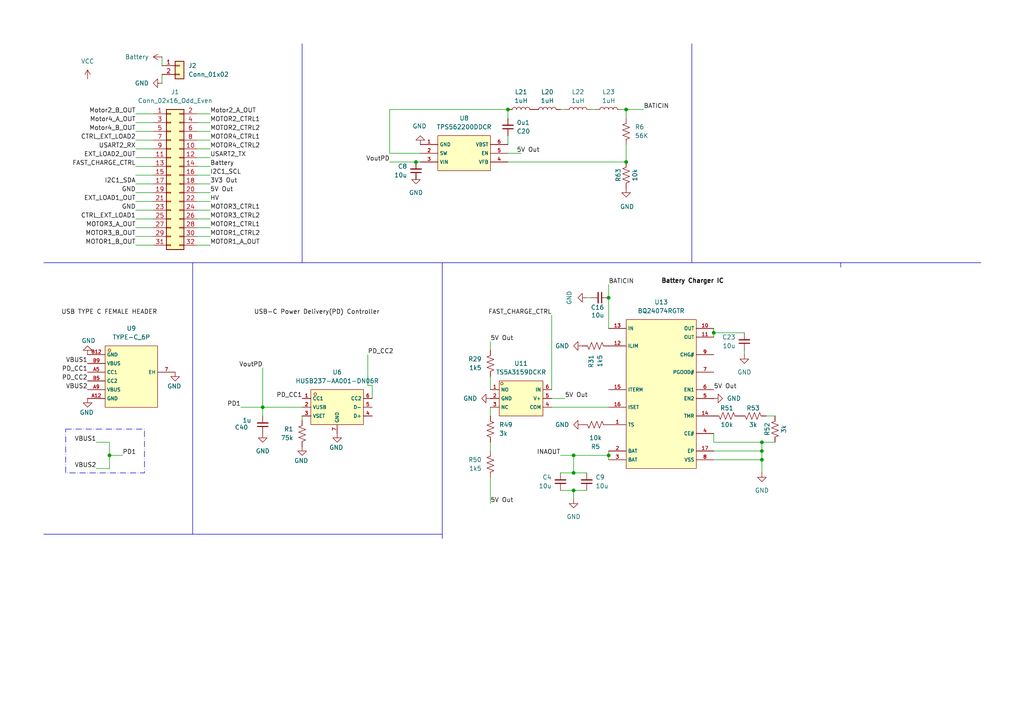
<source format=kicad_sch>
(kicad_sch
	(version 20250114)
	(generator "eeschema")
	(generator_version "9.0")
	(uuid "8c9f5f85-2231-46ae-a1da-2a24f0d569d2")
	(paper "A4")
	(title_block
		(title "MICROMOUSE PWR BOARD")
		(date "2025/03/18")
		(company "University Of Cape Town")
		(comment 3 "SKRCOL001")
		(comment 4 "Colby Skirving")
	)
	(lib_symbols
		(symbol "BQ24074RGTR_JLCPCB:BQ24074RGTR"
			(exclude_from_sim no)
			(in_bom yes)
			(on_board yes)
			(property "Reference" "U"
				(at 0 1.27 0)
				(effects
					(font
						(size 1.27 1.27)
					)
				)
			)
			(property "Value" "BQ24074RGTR"
				(at 0 -2.54 0)
				(effects
					(font
						(size 1.27 1.27)
					)
				)
			)
			(property "Footprint" "footprint:QFN-16_L3.0-W3.0-P0.50-TL-EP1.7"
				(at 0 -10.16 0)
				(effects
					(font
						(size 1.27 1.27)
						(italic yes)
					)
					(hide yes)
				)
			)
			(property "Datasheet" "https://item.szlcsc.com/44583.html"
				(at -2.286 0.127 0)
				(effects
					(font
						(size 1.27 1.27)
					)
					(justify left)
					(hide yes)
				)
			)
			(property "Description" ""
				(at 0 0 0)
				(effects
					(font
						(size 1.27 1.27)
					)
					(hide yes)
				)
			)
			(property "LCSC" "C54313"
				(at 0 0 0)
				(effects
					(font
						(size 1.27 1.27)
					)
					(hide yes)
				)
			)
			(property "ki_keywords" "C54313"
				(at 0 0 0)
				(effects
					(font
						(size 1.27 1.27)
					)
					(hide yes)
				)
			)
			(symbol "BQ24074RGTR_0_1"
				(rectangle
					(start -10.16 21.59)
					(end 10.16 -21.59)
					(stroke
						(width 0)
						(type default)
					)
					(fill
						(type background)
					)
				)
				(pin power_in line
					(at -15.24 19.05 0)
					(length 5.08)
					(name "IN"
						(effects
							(font
								(size 1 1)
							)
						)
					)
					(number "13"
						(effects
							(font
								(size 1 1)
							)
						)
					)
				)
				(pin unspecified line
					(at -15.24 13.97 0)
					(length 5.08)
					(name "ILIM"
						(effects
							(font
								(size 1 1)
							)
						)
					)
					(number "12"
						(effects
							(font
								(size 1 1)
							)
						)
					)
				)
				(pin unspecified line
					(at -15.24 1.27 0)
					(length 5.08)
					(name "ITERM"
						(effects
							(font
								(size 1 1)
							)
						)
					)
					(number "15"
						(effects
							(font
								(size 1 1)
							)
						)
					)
				)
				(pin unspecified line
					(at -15.24 -3.81 0)
					(length 5.08)
					(name "ISET"
						(effects
							(font
								(size 1 1)
							)
						)
					)
					(number "16"
						(effects
							(font
								(size 1 1)
							)
						)
					)
				)
				(pin unspecified line
					(at -15.24 -8.89 0)
					(length 5.08)
					(name "TS"
						(effects
							(font
								(size 1 1)
							)
						)
					)
					(number "1"
						(effects
							(font
								(size 1 1)
							)
						)
					)
				)
				(pin power_in line
					(at -15.24 -16.51 0)
					(length 5.08)
					(name "BAT"
						(effects
							(font
								(size 1 1)
							)
						)
					)
					(number "2"
						(effects
							(font
								(size 1 1)
							)
						)
					)
				)
				(pin power_in line
					(at -15.24 -19.05 0)
					(length 5.08)
					(name "BAT"
						(effects
							(font
								(size 1 1)
							)
						)
					)
					(number "3"
						(effects
							(font
								(size 1 1)
							)
						)
					)
				)
				(pin power_in line
					(at 15.24 19.05 180)
					(length 5.08)
					(name "OUT"
						(effects
							(font
								(size 1 1)
							)
						)
					)
					(number "10"
						(effects
							(font
								(size 1 1)
							)
						)
					)
				)
				(pin power_in line
					(at 15.24 16.51 180)
					(length 5.08)
					(name "OUT"
						(effects
							(font
								(size 1 1)
							)
						)
					)
					(number "11"
						(effects
							(font
								(size 1 1)
							)
						)
					)
				)
				(pin unspecified line
					(at 15.24 11.43 180)
					(length 5.08)
					(name "CHG#"
						(effects
							(font
								(size 1 1)
							)
						)
					)
					(number "9"
						(effects
							(font
								(size 1 1)
							)
						)
					)
				)
				(pin unspecified line
					(at 15.24 6.35 180)
					(length 5.08)
					(name "PGOOD#"
						(effects
							(font
								(size 1 1)
							)
						)
					)
					(number "7"
						(effects
							(font
								(size 1 1)
							)
						)
					)
				)
				(pin unspecified line
					(at 15.24 1.27 180)
					(length 5.08)
					(name "EN1"
						(effects
							(font
								(size 1 1)
							)
						)
					)
					(number "6"
						(effects
							(font
								(size 1 1)
							)
						)
					)
				)
				(pin unspecified line
					(at 15.24 -1.27 180)
					(length 5.08)
					(name "EN2"
						(effects
							(font
								(size 1 1)
							)
						)
					)
					(number "5"
						(effects
							(font
								(size 1 1)
							)
						)
					)
				)
				(pin unspecified line
					(at 15.24 -6.35 180)
					(length 5.08)
					(name "TMR"
						(effects
							(font
								(size 1 1)
							)
						)
					)
					(number "14"
						(effects
							(font
								(size 1 1)
							)
						)
					)
				)
				(pin unspecified line
					(at 15.24 -11.43 180)
					(length 5.08)
					(name "CE#"
						(effects
							(font
								(size 1 1)
							)
						)
					)
					(number "4"
						(effects
							(font
								(size 1 1)
							)
						)
					)
				)
				(pin power_in line
					(at 15.24 -16.51 180)
					(length 5.08)
					(name "EP"
						(effects
							(font
								(size 1 1)
							)
						)
					)
					(number "17"
						(effects
							(font
								(size 1 1)
							)
						)
					)
				)
				(pin power_in line
					(at 15.24 -19.05 180)
					(length 5.08)
					(name "VSS"
						(effects
							(font
								(size 1 1)
							)
						)
					)
					(number "8"
						(effects
							(font
								(size 1 1)
							)
						)
					)
				)
			)
			(embedded_fonts no)
		)
		(symbol "Connector_Generic:Conn_01x02"
			(pin_names
				(offset 1.016)
				(hide yes)
			)
			(exclude_from_sim no)
			(in_bom yes)
			(on_board yes)
			(property "Reference" "J"
				(at 0 2.54 0)
				(effects
					(font
						(size 1.27 1.27)
					)
				)
			)
			(property "Value" "Conn_01x02"
				(at 0 -5.08 0)
				(effects
					(font
						(size 1.27 1.27)
					)
				)
			)
			(property "Footprint" ""
				(at 0 0 0)
				(effects
					(font
						(size 1.27 1.27)
					)
					(hide yes)
				)
			)
			(property "Datasheet" "~"
				(at 0 0 0)
				(effects
					(font
						(size 1.27 1.27)
					)
					(hide yes)
				)
			)
			(property "Description" "Generic connector, single row, 01x02, script generated (kicad-library-utils/schlib/autogen/connector/)"
				(at 0 0 0)
				(effects
					(font
						(size 1.27 1.27)
					)
					(hide yes)
				)
			)
			(property "ki_keywords" "connector"
				(at 0 0 0)
				(effects
					(font
						(size 1.27 1.27)
					)
					(hide yes)
				)
			)
			(property "ki_fp_filters" "Connector*:*_1x??_*"
				(at 0 0 0)
				(effects
					(font
						(size 1.27 1.27)
					)
					(hide yes)
				)
			)
			(symbol "Conn_01x02_1_1"
				(rectangle
					(start -1.27 1.27)
					(end 1.27 -3.81)
					(stroke
						(width 0.254)
						(type default)
					)
					(fill
						(type background)
					)
				)
				(rectangle
					(start -1.27 0.127)
					(end 0 -0.127)
					(stroke
						(width 0.1524)
						(type default)
					)
					(fill
						(type none)
					)
				)
				(rectangle
					(start -1.27 -2.413)
					(end 0 -2.667)
					(stroke
						(width 0.1524)
						(type default)
					)
					(fill
						(type none)
					)
				)
				(pin passive line
					(at -5.08 0 0)
					(length 3.81)
					(name "Pin_1"
						(effects
							(font
								(size 1.27 1.27)
							)
						)
					)
					(number "1"
						(effects
							(font
								(size 1.27 1.27)
							)
						)
					)
				)
				(pin passive line
					(at -5.08 -2.54 0)
					(length 3.81)
					(name "Pin_2"
						(effects
							(font
								(size 1.27 1.27)
							)
						)
					)
					(number "2"
						(effects
							(font
								(size 1.27 1.27)
							)
						)
					)
				)
			)
			(embedded_fonts no)
		)
		(symbol "Connector_Generic:Conn_02x16_Odd_Even"
			(pin_names
				(offset 1.016)
				(hide yes)
			)
			(exclude_from_sim no)
			(in_bom yes)
			(on_board yes)
			(property "Reference" "J"
				(at 1.27 20.32 0)
				(effects
					(font
						(size 1.27 1.27)
					)
				)
			)
			(property "Value" "Conn_02x16_Odd_Even"
				(at 1.27 -22.86 0)
				(effects
					(font
						(size 1.27 1.27)
					)
				)
			)
			(property "Footprint" ""
				(at 0 0 0)
				(effects
					(font
						(size 1.27 1.27)
					)
					(hide yes)
				)
			)
			(property "Datasheet" "~"
				(at 0 0 0)
				(effects
					(font
						(size 1.27 1.27)
					)
					(hide yes)
				)
			)
			(property "Description" "Generic connector, double row, 02x16, odd/even pin numbering scheme (row 1 odd numbers, row 2 even numbers), script generated (kicad-library-utils/schlib/autogen/connector/)"
				(at 0 0 0)
				(effects
					(font
						(size 1.27 1.27)
					)
					(hide yes)
				)
			)
			(property "ki_keywords" "connector"
				(at 0 0 0)
				(effects
					(font
						(size 1.27 1.27)
					)
					(hide yes)
				)
			)
			(property "ki_fp_filters" "Connector*:*_2x??_*"
				(at 0 0 0)
				(effects
					(font
						(size 1.27 1.27)
					)
					(hide yes)
				)
			)
			(symbol "Conn_02x16_Odd_Even_1_1"
				(rectangle
					(start -1.27 19.05)
					(end 3.81 -21.59)
					(stroke
						(width 0.254)
						(type default)
					)
					(fill
						(type background)
					)
				)
				(rectangle
					(start -1.27 17.907)
					(end 0 17.653)
					(stroke
						(width 0.1524)
						(type default)
					)
					(fill
						(type none)
					)
				)
				(rectangle
					(start -1.27 15.367)
					(end 0 15.113)
					(stroke
						(width 0.1524)
						(type default)
					)
					(fill
						(type none)
					)
				)
				(rectangle
					(start -1.27 12.827)
					(end 0 12.573)
					(stroke
						(width 0.1524)
						(type default)
					)
					(fill
						(type none)
					)
				)
				(rectangle
					(start -1.27 10.287)
					(end 0 10.033)
					(stroke
						(width 0.1524)
						(type default)
					)
					(fill
						(type none)
					)
				)
				(rectangle
					(start -1.27 7.747)
					(end 0 7.493)
					(stroke
						(width 0.1524)
						(type default)
					)
					(fill
						(type none)
					)
				)
				(rectangle
					(start -1.27 5.207)
					(end 0 4.953)
					(stroke
						(width 0.1524)
						(type default)
					)
					(fill
						(type none)
					)
				)
				(rectangle
					(start -1.27 2.667)
					(end 0 2.413)
					(stroke
						(width 0.1524)
						(type default)
					)
					(fill
						(type none)
					)
				)
				(rectangle
					(start -1.27 0.127)
					(end 0 -0.127)
					(stroke
						(width 0.1524)
						(type default)
					)
					(fill
						(type none)
					)
				)
				(rectangle
					(start -1.27 -2.413)
					(end 0 -2.667)
					(stroke
						(width 0.1524)
						(type default)
					)
					(fill
						(type none)
					)
				)
				(rectangle
					(start -1.27 -4.953)
					(end 0 -5.207)
					(stroke
						(width 0.1524)
						(type default)
					)
					(fill
						(type none)
					)
				)
				(rectangle
					(start -1.27 -7.493)
					(end 0 -7.747)
					(stroke
						(width 0.1524)
						(type default)
					)
					(fill
						(type none)
					)
				)
				(rectangle
					(start -1.27 -10.033)
					(end 0 -10.287)
					(stroke
						(width 0.1524)
						(type default)
					)
					(fill
						(type none)
					)
				)
				(rectangle
					(start -1.27 -12.573)
					(end 0 -12.827)
					(stroke
						(width 0.1524)
						(type default)
					)
					(fill
						(type none)
					)
				)
				(rectangle
					(start -1.27 -15.113)
					(end 0 -15.367)
					(stroke
						(width 0.1524)
						(type default)
					)
					(fill
						(type none)
					)
				)
				(rectangle
					(start -1.27 -17.653)
					(end 0 -17.907)
					(stroke
						(width 0.1524)
						(type default)
					)
					(fill
						(type none)
					)
				)
				(rectangle
					(start -1.27 -20.193)
					(end 0 -20.447)
					(stroke
						(width 0.1524)
						(type default)
					)
					(fill
						(type none)
					)
				)
				(rectangle
					(start 3.81 17.907)
					(end 2.54 17.653)
					(stroke
						(width 0.1524)
						(type default)
					)
					(fill
						(type none)
					)
				)
				(rectangle
					(start 3.81 15.367)
					(end 2.54 15.113)
					(stroke
						(width 0.1524)
						(type default)
					)
					(fill
						(type none)
					)
				)
				(rectangle
					(start 3.81 12.827)
					(end 2.54 12.573)
					(stroke
						(width 0.1524)
						(type default)
					)
					(fill
						(type none)
					)
				)
				(rectangle
					(start 3.81 10.287)
					(end 2.54 10.033)
					(stroke
						(width 0.1524)
						(type default)
					)
					(fill
						(type none)
					)
				)
				(rectangle
					(start 3.81 7.747)
					(end 2.54 7.493)
					(stroke
						(width 0.1524)
						(type default)
					)
					(fill
						(type none)
					)
				)
				(rectangle
					(start 3.81 5.207)
					(end 2.54 4.953)
					(stroke
						(width 0.1524)
						(type default)
					)
					(fill
						(type none)
					)
				)
				(rectangle
					(start 3.81 2.667)
					(end 2.54 2.413)
					(stroke
						(width 0.1524)
						(type default)
					)
					(fill
						(type none)
					)
				)
				(rectangle
					(start 3.81 0.127)
					(end 2.54 -0.127)
					(stroke
						(width 0.1524)
						(type default)
					)
					(fill
						(type none)
					)
				)
				(rectangle
					(start 3.81 -2.413)
					(end 2.54 -2.667)
					(stroke
						(width 0.1524)
						(type default)
					)
					(fill
						(type none)
					)
				)
				(rectangle
					(start 3.81 -4.953)
					(end 2.54 -5.207)
					(stroke
						(width 0.1524)
						(type default)
					)
					(fill
						(type none)
					)
				)
				(rectangle
					(start 3.81 -7.493)
					(end 2.54 -7.747)
					(stroke
						(width 0.1524)
						(type default)
					)
					(fill
						(type none)
					)
				)
				(rectangle
					(start 3.81 -10.033)
					(end 2.54 -10.287)
					(stroke
						(width 0.1524)
						(type default)
					)
					(fill
						(type none)
					)
				)
				(rectangle
					(start 3.81 -12.573)
					(end 2.54 -12.827)
					(stroke
						(width 0.1524)
						(type default)
					)
					(fill
						(type none)
					)
				)
				(rectangle
					(start 3.81 -15.113)
					(end 2.54 -15.367)
					(stroke
						(width 0.1524)
						(type default)
					)
					(fill
						(type none)
					)
				)
				(rectangle
					(start 3.81 -17.653)
					(end 2.54 -17.907)
					(stroke
						(width 0.1524)
						(type default)
					)
					(fill
						(type none)
					)
				)
				(rectangle
					(start 3.81 -20.193)
					(end 2.54 -20.447)
					(stroke
						(width 0.1524)
						(type default)
					)
					(fill
						(type none)
					)
				)
				(pin passive line
					(at -5.08 17.78 0)
					(length 3.81)
					(name "Pin_1"
						(effects
							(font
								(size 1.27 1.27)
							)
						)
					)
					(number "1"
						(effects
							(font
								(size 1.27 1.27)
							)
						)
					)
				)
				(pin passive line
					(at -5.08 15.24 0)
					(length 3.81)
					(name "Pin_3"
						(effects
							(font
								(size 1.27 1.27)
							)
						)
					)
					(number "3"
						(effects
							(font
								(size 1.27 1.27)
							)
						)
					)
				)
				(pin passive line
					(at -5.08 12.7 0)
					(length 3.81)
					(name "Pin_5"
						(effects
							(font
								(size 1.27 1.27)
							)
						)
					)
					(number "5"
						(effects
							(font
								(size 1.27 1.27)
							)
						)
					)
				)
				(pin passive line
					(at -5.08 10.16 0)
					(length 3.81)
					(name "Pin_7"
						(effects
							(font
								(size 1.27 1.27)
							)
						)
					)
					(number "7"
						(effects
							(font
								(size 1.27 1.27)
							)
						)
					)
				)
				(pin passive line
					(at -5.08 7.62 0)
					(length 3.81)
					(name "Pin_9"
						(effects
							(font
								(size 1.27 1.27)
							)
						)
					)
					(number "9"
						(effects
							(font
								(size 1.27 1.27)
							)
						)
					)
				)
				(pin passive line
					(at -5.08 5.08 0)
					(length 3.81)
					(name "Pin_11"
						(effects
							(font
								(size 1.27 1.27)
							)
						)
					)
					(number "11"
						(effects
							(font
								(size 1.27 1.27)
							)
						)
					)
				)
				(pin passive line
					(at -5.08 2.54 0)
					(length 3.81)
					(name "Pin_13"
						(effects
							(font
								(size 1.27 1.27)
							)
						)
					)
					(number "13"
						(effects
							(font
								(size 1.27 1.27)
							)
						)
					)
				)
				(pin passive line
					(at -5.08 0 0)
					(length 3.81)
					(name "Pin_15"
						(effects
							(font
								(size 1.27 1.27)
							)
						)
					)
					(number "15"
						(effects
							(font
								(size 1.27 1.27)
							)
						)
					)
				)
				(pin passive line
					(at -5.08 -2.54 0)
					(length 3.81)
					(name "Pin_17"
						(effects
							(font
								(size 1.27 1.27)
							)
						)
					)
					(number "17"
						(effects
							(font
								(size 1.27 1.27)
							)
						)
					)
				)
				(pin passive line
					(at -5.08 -5.08 0)
					(length 3.81)
					(name "Pin_19"
						(effects
							(font
								(size 1.27 1.27)
							)
						)
					)
					(number "19"
						(effects
							(font
								(size 1.27 1.27)
							)
						)
					)
				)
				(pin passive line
					(at -5.08 -7.62 0)
					(length 3.81)
					(name "Pin_21"
						(effects
							(font
								(size 1.27 1.27)
							)
						)
					)
					(number "21"
						(effects
							(font
								(size 1.27 1.27)
							)
						)
					)
				)
				(pin passive line
					(at -5.08 -10.16 0)
					(length 3.81)
					(name "Pin_23"
						(effects
							(font
								(size 1.27 1.27)
							)
						)
					)
					(number "23"
						(effects
							(font
								(size 1.27 1.27)
							)
						)
					)
				)
				(pin passive line
					(at -5.08 -12.7 0)
					(length 3.81)
					(name "Pin_25"
						(effects
							(font
								(size 1.27 1.27)
							)
						)
					)
					(number "25"
						(effects
							(font
								(size 1.27 1.27)
							)
						)
					)
				)
				(pin passive line
					(at -5.08 -15.24 0)
					(length 3.81)
					(name "Pin_27"
						(effects
							(font
								(size 1.27 1.27)
							)
						)
					)
					(number "27"
						(effects
							(font
								(size 1.27 1.27)
							)
						)
					)
				)
				(pin passive line
					(at -5.08 -17.78 0)
					(length 3.81)
					(name "Pin_29"
						(effects
							(font
								(size 1.27 1.27)
							)
						)
					)
					(number "29"
						(effects
							(font
								(size 1.27 1.27)
							)
						)
					)
				)
				(pin passive line
					(at -5.08 -20.32 0)
					(length 3.81)
					(name "Pin_31"
						(effects
							(font
								(size 1.27 1.27)
							)
						)
					)
					(number "31"
						(effects
							(font
								(size 1.27 1.27)
							)
						)
					)
				)
				(pin passive line
					(at 7.62 17.78 180)
					(length 3.81)
					(name "Pin_2"
						(effects
							(font
								(size 1.27 1.27)
							)
						)
					)
					(number "2"
						(effects
							(font
								(size 1.27 1.27)
							)
						)
					)
				)
				(pin passive line
					(at 7.62 15.24 180)
					(length 3.81)
					(name "Pin_4"
						(effects
							(font
								(size 1.27 1.27)
							)
						)
					)
					(number "4"
						(effects
							(font
								(size 1.27 1.27)
							)
						)
					)
				)
				(pin passive line
					(at 7.62 12.7 180)
					(length 3.81)
					(name "Pin_6"
						(effects
							(font
								(size 1.27 1.27)
							)
						)
					)
					(number "6"
						(effects
							(font
								(size 1.27 1.27)
							)
						)
					)
				)
				(pin passive line
					(at 7.62 10.16 180)
					(length 3.81)
					(name "Pin_8"
						(effects
							(font
								(size 1.27 1.27)
							)
						)
					)
					(number "8"
						(effects
							(font
								(size 1.27 1.27)
							)
						)
					)
				)
				(pin passive line
					(at 7.62 7.62 180)
					(length 3.81)
					(name "Pin_10"
						(effects
							(font
								(size 1.27 1.27)
							)
						)
					)
					(number "10"
						(effects
							(font
								(size 1.27 1.27)
							)
						)
					)
				)
				(pin passive line
					(at 7.62 5.08 180)
					(length 3.81)
					(name "Pin_12"
						(effects
							(font
								(size 1.27 1.27)
							)
						)
					)
					(number "12"
						(effects
							(font
								(size 1.27 1.27)
							)
						)
					)
				)
				(pin passive line
					(at 7.62 2.54 180)
					(length 3.81)
					(name "Pin_14"
						(effects
							(font
								(size 1.27 1.27)
							)
						)
					)
					(number "14"
						(effects
							(font
								(size 1.27 1.27)
							)
						)
					)
				)
				(pin passive line
					(at 7.62 0 180)
					(length 3.81)
					(name "Pin_16"
						(effects
							(font
								(size 1.27 1.27)
							)
						)
					)
					(number "16"
						(effects
							(font
								(size 1.27 1.27)
							)
						)
					)
				)
				(pin passive line
					(at 7.62 -2.54 180)
					(length 3.81)
					(name "Pin_18"
						(effects
							(font
								(size 1.27 1.27)
							)
						)
					)
					(number "18"
						(effects
							(font
								(size 1.27 1.27)
							)
						)
					)
				)
				(pin passive line
					(at 7.62 -5.08 180)
					(length 3.81)
					(name "Pin_20"
						(effects
							(font
								(size 1.27 1.27)
							)
						)
					)
					(number "20"
						(effects
							(font
								(size 1.27 1.27)
							)
						)
					)
				)
				(pin passive line
					(at 7.62 -7.62 180)
					(length 3.81)
					(name "Pin_22"
						(effects
							(font
								(size 1.27 1.27)
							)
						)
					)
					(number "22"
						(effects
							(font
								(size 1.27 1.27)
							)
						)
					)
				)
				(pin passive line
					(at 7.62 -10.16 180)
					(length 3.81)
					(name "Pin_24"
						(effects
							(font
								(size 1.27 1.27)
							)
						)
					)
					(number "24"
						(effects
							(font
								(size 1.27 1.27)
							)
						)
					)
				)
				(pin passive line
					(at 7.62 -12.7 180)
					(length 3.81)
					(name "Pin_26"
						(effects
							(font
								(size 1.27 1.27)
							)
						)
					)
					(number "26"
						(effects
							(font
								(size 1.27 1.27)
							)
						)
					)
				)
				(pin passive line
					(at 7.62 -15.24 180)
					(length 3.81)
					(name "Pin_28"
						(effects
							(font
								(size 1.27 1.27)
							)
						)
					)
					(number "28"
						(effects
							(font
								(size 1.27 1.27)
							)
						)
					)
				)
				(pin passive line
					(at 7.62 -17.78 180)
					(length 3.81)
					(name "Pin_30"
						(effects
							(font
								(size 1.27 1.27)
							)
						)
					)
					(number "30"
						(effects
							(font
								(size 1.27 1.27)
							)
						)
					)
				)
				(pin passive line
					(at 7.62 -20.32 180)
					(length 3.81)
					(name "Pin_32"
						(effects
							(font
								(size 1.27 1.27)
							)
						)
					)
					(number "32"
						(effects
							(font
								(size 1.27 1.27)
							)
						)
					)
				)
			)
			(embedded_fonts no)
		)
		(symbol "Device:C_Small"
			(pin_numbers
				(hide yes)
			)
			(pin_names
				(offset 0.254)
				(hide yes)
			)
			(exclude_from_sim no)
			(in_bom yes)
			(on_board yes)
			(property "Reference" "C"
				(at 0.254 1.778 0)
				(effects
					(font
						(size 1.27 1.27)
					)
					(justify left)
				)
			)
			(property "Value" "C_Small"
				(at 0.254 -2.032 0)
				(effects
					(font
						(size 1.27 1.27)
					)
					(justify left)
				)
			)
			(property "Footprint" ""
				(at 0 0 0)
				(effects
					(font
						(size 1.27 1.27)
					)
					(hide yes)
				)
			)
			(property "Datasheet" "~"
				(at 0 0 0)
				(effects
					(font
						(size 1.27 1.27)
					)
					(hide yes)
				)
			)
			(property "Description" "Unpolarized capacitor, small symbol"
				(at 0 0 0)
				(effects
					(font
						(size 1.27 1.27)
					)
					(hide yes)
				)
			)
			(property "ki_keywords" "capacitor cap"
				(at 0 0 0)
				(effects
					(font
						(size 1.27 1.27)
					)
					(hide yes)
				)
			)
			(property "ki_fp_filters" "C_*"
				(at 0 0 0)
				(effects
					(font
						(size 1.27 1.27)
					)
					(hide yes)
				)
			)
			(symbol "C_Small_0_1"
				(polyline
					(pts
						(xy -1.524 0.508) (xy 1.524 0.508)
					)
					(stroke
						(width 0.3048)
						(type default)
					)
					(fill
						(type none)
					)
				)
				(polyline
					(pts
						(xy -1.524 -0.508) (xy 1.524 -0.508)
					)
					(stroke
						(width 0.3302)
						(type default)
					)
					(fill
						(type none)
					)
				)
			)
			(symbol "C_Small_1_1"
				(pin passive line
					(at 0 2.54 270)
					(length 2.032)
					(name "~"
						(effects
							(font
								(size 1.27 1.27)
							)
						)
					)
					(number "1"
						(effects
							(font
								(size 1.27 1.27)
							)
						)
					)
				)
				(pin passive line
					(at 0 -2.54 90)
					(length 2.032)
					(name "~"
						(effects
							(font
								(size 1.27 1.27)
							)
						)
					)
					(number "2"
						(effects
							(font
								(size 1.27 1.27)
							)
						)
					)
				)
			)
			(embedded_fonts no)
		)
		(symbol "Device:L"
			(pin_numbers
				(hide yes)
			)
			(pin_names
				(offset 1.016)
				(hide yes)
			)
			(exclude_from_sim no)
			(in_bom yes)
			(on_board yes)
			(property "Reference" "L"
				(at -1.27 0 90)
				(effects
					(font
						(size 1.27 1.27)
					)
				)
			)
			(property "Value" "L"
				(at 1.905 0 90)
				(effects
					(font
						(size 1.27 1.27)
					)
				)
			)
			(property "Footprint" ""
				(at 0 0 0)
				(effects
					(font
						(size 1.27 1.27)
					)
					(hide yes)
				)
			)
			(property "Datasheet" "~"
				(at 0 0 0)
				(effects
					(font
						(size 1.27 1.27)
					)
					(hide yes)
				)
			)
			(property "Description" "Inductor"
				(at 0 0 0)
				(effects
					(font
						(size 1.27 1.27)
					)
					(hide yes)
				)
			)
			(property "ki_keywords" "inductor choke coil reactor magnetic"
				(at 0 0 0)
				(effects
					(font
						(size 1.27 1.27)
					)
					(hide yes)
				)
			)
			(property "ki_fp_filters" "Choke_* *Coil* Inductor_* L_*"
				(at 0 0 0)
				(effects
					(font
						(size 1.27 1.27)
					)
					(hide yes)
				)
			)
			(symbol "L_0_1"
				(arc
					(start 0 2.54)
					(mid 0.6323 1.905)
					(end 0 1.27)
					(stroke
						(width 0)
						(type default)
					)
					(fill
						(type none)
					)
				)
				(arc
					(start 0 1.27)
					(mid 0.6323 0.635)
					(end 0 0)
					(stroke
						(width 0)
						(type default)
					)
					(fill
						(type none)
					)
				)
				(arc
					(start 0 0)
					(mid 0.6323 -0.635)
					(end 0 -1.27)
					(stroke
						(width 0)
						(type default)
					)
					(fill
						(type none)
					)
				)
				(arc
					(start 0 -1.27)
					(mid 0.6323 -1.905)
					(end 0 -2.54)
					(stroke
						(width 0)
						(type default)
					)
					(fill
						(type none)
					)
				)
			)
			(symbol "L_1_1"
				(pin passive line
					(at 0 3.81 270)
					(length 1.27)
					(name "1"
						(effects
							(font
								(size 1.27 1.27)
							)
						)
					)
					(number "1"
						(effects
							(font
								(size 1.27 1.27)
							)
						)
					)
				)
				(pin passive line
					(at 0 -3.81 90)
					(length 1.27)
					(name "2"
						(effects
							(font
								(size 1.27 1.27)
							)
						)
					)
					(number "2"
						(effects
							(font
								(size 1.27 1.27)
							)
						)
					)
				)
			)
			(embedded_fonts no)
		)
		(symbol "Device:R_US"
			(pin_numbers
				(hide yes)
			)
			(pin_names
				(offset 0)
			)
			(exclude_from_sim no)
			(in_bom yes)
			(on_board yes)
			(property "Reference" "R"
				(at 2.54 0 90)
				(effects
					(font
						(size 1.27 1.27)
					)
				)
			)
			(property "Value" "R_US"
				(at -2.54 0 90)
				(effects
					(font
						(size 1.27 1.27)
					)
				)
			)
			(property "Footprint" ""
				(at 1.016 -0.254 90)
				(effects
					(font
						(size 1.27 1.27)
					)
					(hide yes)
				)
			)
			(property "Datasheet" "~"
				(at 0 0 0)
				(effects
					(font
						(size 1.27 1.27)
					)
					(hide yes)
				)
			)
			(property "Description" "Resistor, US symbol"
				(at 0 0 0)
				(effects
					(font
						(size 1.27 1.27)
					)
					(hide yes)
				)
			)
			(property "ki_keywords" "R res resistor"
				(at 0 0 0)
				(effects
					(font
						(size 1.27 1.27)
					)
					(hide yes)
				)
			)
			(property "ki_fp_filters" "R_*"
				(at 0 0 0)
				(effects
					(font
						(size 1.27 1.27)
					)
					(hide yes)
				)
			)
			(symbol "R_US_0_1"
				(polyline
					(pts
						(xy 0 2.286) (xy 0 2.54)
					)
					(stroke
						(width 0)
						(type default)
					)
					(fill
						(type none)
					)
				)
				(polyline
					(pts
						(xy 0 2.286) (xy 1.016 1.905) (xy 0 1.524) (xy -1.016 1.143) (xy 0 0.762)
					)
					(stroke
						(width 0)
						(type default)
					)
					(fill
						(type none)
					)
				)
				(polyline
					(pts
						(xy 0 0.762) (xy 1.016 0.381) (xy 0 0) (xy -1.016 -0.381) (xy 0 -0.762)
					)
					(stroke
						(width 0)
						(type default)
					)
					(fill
						(type none)
					)
				)
				(polyline
					(pts
						(xy 0 -0.762) (xy 1.016 -1.143) (xy 0 -1.524) (xy -1.016 -1.905) (xy 0 -2.286)
					)
					(stroke
						(width 0)
						(type default)
					)
					(fill
						(type none)
					)
				)
				(polyline
					(pts
						(xy 0 -2.286) (xy 0 -2.54)
					)
					(stroke
						(width 0)
						(type default)
					)
					(fill
						(type none)
					)
				)
			)
			(symbol "R_US_1_1"
				(pin passive line
					(at 0 3.81 270)
					(length 1.27)
					(name "~"
						(effects
							(font
								(size 1.27 1.27)
							)
						)
					)
					(number "1"
						(effects
							(font
								(size 1.27 1.27)
							)
						)
					)
				)
				(pin passive line
					(at 0 -3.81 90)
					(length 1.27)
					(name "~"
						(effects
							(font
								(size 1.27 1.27)
							)
						)
					)
					(number "2"
						(effects
							(font
								(size 1.27 1.27)
							)
						)
					)
				)
			)
			(embedded_fonts no)
		)
		(symbol "HUSB237-AA001-DN06R_JLCPCB:HUSB237-AA001-DN06R"
			(exclude_from_sim no)
			(in_bom yes)
			(on_board yes)
			(property "Reference" "U"
				(at 0 1.27 0)
				(effects
					(font
						(size 1.27 1.27)
					)
				)
			)
			(property "Value" "HUSB237-AA001-DN06R"
				(at 0 -2.54 0)
				(effects
					(font
						(size 1.27 1.27)
					)
				)
			)
			(property "Footprint" "footprint:TDFN-6_L2.0-W2.0-P0.65-TL-EP"
				(at 0 -10.16 0)
				(effects
					(font
						(size 1.27 1.27)
						(italic yes)
					)
					(hide yes)
				)
			)
			(property "Datasheet" "https://item.szlcsc.com/361742.html"
				(at -2.286 0.127 0)
				(effects
					(font
						(size 1.27 1.27)
					)
					(justify left)
					(hide yes)
				)
			)
			(property "Description" ""
				(at 0 0 0)
				(effects
					(font
						(size 1.27 1.27)
					)
					(hide yes)
				)
			)
			(property "LCSC" "C22373734"
				(at 0 0 0)
				(effects
					(font
						(size 1.27 1.27)
					)
					(hide yes)
				)
			)
			(property "ki_keywords" "C22373734"
				(at 0 0 0)
				(effects
					(font
						(size 1.27 1.27)
					)
					(hide yes)
				)
			)
			(symbol "HUSB237-AA001-DN06R_0_1"
				(rectangle
					(start -7.62 5.08)
					(end 7.62 -5.08)
					(stroke
						(width 0)
						(type default)
					)
					(fill
						(type background)
					)
				)
				(circle
					(center -6.35 3.81)
					(radius 0.381)
					(stroke
						(width 0)
						(type default)
					)
					(fill
						(type background)
					)
				)
				(pin unspecified line
					(at -10.16 2.54 0)
					(length 2.54)
					(name "CC1"
						(effects
							(font
								(size 1 1)
							)
						)
					)
					(number "1"
						(effects
							(font
								(size 1 1)
							)
						)
					)
				)
				(pin unspecified line
					(at -10.16 0 0)
					(length 2.54)
					(name "VUSB"
						(effects
							(font
								(size 1 1)
							)
						)
					)
					(number "2"
						(effects
							(font
								(size 1 1)
							)
						)
					)
				)
				(pin unspecified line
					(at -10.16 -2.54 0)
					(length 2.54)
					(name "VSET"
						(effects
							(font
								(size 1 1)
							)
						)
					)
					(number "3"
						(effects
							(font
								(size 1 1)
							)
						)
					)
				)
				(pin unspecified line
					(at 0 -7.62 90)
					(length 2.54)
					(name "GND"
						(effects
							(font
								(size 1 1)
							)
						)
					)
					(number "7"
						(effects
							(font
								(size 1 1)
							)
						)
					)
				)
				(pin unspecified line
					(at 10.16 2.54 180)
					(length 2.54)
					(name "CC2"
						(effects
							(font
								(size 1 1)
							)
						)
					)
					(number "6"
						(effects
							(font
								(size 1 1)
							)
						)
					)
				)
				(pin unspecified line
					(at 10.16 0 180)
					(length 2.54)
					(name "D-"
						(effects
							(font
								(size 1 1)
							)
						)
					)
					(number "5"
						(effects
							(font
								(size 1 1)
							)
						)
					)
				)
				(pin unspecified line
					(at 10.16 -2.54 180)
					(length 2.54)
					(name "D+"
						(effects
							(font
								(size 1 1)
							)
						)
					)
					(number "4"
						(effects
							(font
								(size 1 1)
							)
						)
					)
				)
			)
			(embedded_fonts no)
		)
		(symbol "TPS562200DDCR_JLCPCB:TPS562200DDCR"
			(exclude_from_sim no)
			(in_bom yes)
			(on_board yes)
			(property "Reference" "U"
				(at 0 1.27 0)
				(effects
					(font
						(size 1.27 1.27)
					)
				)
			)
			(property "Value" "TPS562200DDCR"
				(at 0 -2.54 0)
				(effects
					(font
						(size 1.27 1.27)
					)
				)
			)
			(property "Footprint" "footprint:SOT-23-6_L2.9-W1.6-P0.95-LS2.8-BR"
				(at 0 -10.16 0)
				(effects
					(font
						(size 1.27 1.27)
						(italic yes)
					)
					(hide yes)
				)
			)
			(property "Datasheet" "https://item.szlcsc.com/169042.html"
				(at -2.286 0.127 0)
				(effects
					(font
						(size 1.27 1.27)
					)
					(justify left)
					(hide yes)
				)
			)
			(property "Description" ""
				(at 0 0 0)
				(effects
					(font
						(size 1.27 1.27)
					)
					(hide yes)
				)
			)
			(property "LCSC" "C49757"
				(at 0 0 0)
				(effects
					(font
						(size 1.27 1.27)
					)
					(hide yes)
				)
			)
			(property "ki_keywords" "C49757"
				(at 0 0 0)
				(effects
					(font
						(size 1.27 1.27)
					)
					(hide yes)
				)
			)
			(symbol "TPS562200DDCR_0_1"
				(rectangle
					(start -7.62 5.08)
					(end 7.62 -5.08)
					(stroke
						(width 0)
						(type default)
					)
					(fill
						(type background)
					)
				)
				(pin unspecified line
					(at -12.7 2.54 0)
					(length 5.08)
					(name "GND"
						(effects
							(font
								(size 1 1)
							)
						)
					)
					(number "1"
						(effects
							(font
								(size 1 1)
							)
						)
					)
				)
				(pin unspecified line
					(at -12.7 0 0)
					(length 5.08)
					(name "SW"
						(effects
							(font
								(size 1 1)
							)
						)
					)
					(number "2"
						(effects
							(font
								(size 1 1)
							)
						)
					)
				)
				(pin unspecified line
					(at -12.7 -2.54 0)
					(length 5.08)
					(name "VIN"
						(effects
							(font
								(size 1 1)
							)
						)
					)
					(number "3"
						(effects
							(font
								(size 1 1)
							)
						)
					)
				)
				(pin unspecified line
					(at 12.7 2.54 180)
					(length 5.08)
					(name "VBST"
						(effects
							(font
								(size 1 1)
							)
						)
					)
					(number "6"
						(effects
							(font
								(size 1 1)
							)
						)
					)
				)
				(pin unspecified line
					(at 12.7 0 180)
					(length 5.08)
					(name "EN"
						(effects
							(font
								(size 1 1)
							)
						)
					)
					(number "5"
						(effects
							(font
								(size 1 1)
							)
						)
					)
				)
				(pin unspecified line
					(at 12.7 -2.54 180)
					(length 5.08)
					(name "VFB"
						(effects
							(font
								(size 1 1)
							)
						)
					)
					(number "4"
						(effects
							(font
								(size 1 1)
							)
						)
					)
				)
			)
			(embedded_fonts no)
		)
		(symbol "TS5A3159DCKR_JLCPCB:TS5A3159DCKR"
			(exclude_from_sim no)
			(in_bom yes)
			(on_board yes)
			(property "Reference" "U"
				(at 0 1.27 0)
				(effects
					(font
						(size 1.27 1.27)
					)
				)
			)
			(property "Value" "TS5A3159DCKR"
				(at 0 -2.54 0)
				(effects
					(font
						(size 1.27 1.27)
					)
				)
			)
			(property "Footprint" "footprint:SC-70-6_L2.0-W1.3-P0.65-LS2.1-BL-1"
				(at 0 -10.16 0)
				(effects
					(font
						(size 1.27 1.27)
						(italic yes)
					)
					(hide yes)
				)
			)
			(property "Datasheet" "https://atta.szlcsc.com/upload/public/pdf/source/20171123/C141530_15114109251091137526.pdf"
				(at -2.286 0.127 0)
				(effects
					(font
						(size 1.27 1.27)
					)
					(justify left)
					(hide yes)
				)
			)
			(property "Description" ""
				(at 0 0 0)
				(effects
					(font
						(size 1.27 1.27)
					)
					(hide yes)
				)
			)
			(property "LCSC" "C46388"
				(at 0 0 0)
				(effects
					(font
						(size 1.27 1.27)
					)
					(hide yes)
				)
			)
			(property "ki_keywords" "C46388"
				(at 0 0 0)
				(effects
					(font
						(size 1.27 1.27)
					)
					(hide yes)
				)
			)
			(symbol "TS5A3159DCKR_0_1"
				(rectangle
					(start -7.62 5.08)
					(end 5.08 -5.08)
					(stroke
						(width 0)
						(type default)
					)
					(fill
						(type background)
					)
				)
				(circle
					(center -6.858 4.318)
					(radius 0.381)
					(stroke
						(width 0)
						(type default)
					)
					(fill
						(type background)
					)
				)
				(pin unspecified line
					(at -10.16 2.54 0)
					(length 2.54)
					(name "NO"
						(effects
							(font
								(size 1 1)
							)
						)
					)
					(number "1"
						(effects
							(font
								(size 1 1)
							)
						)
					)
				)
				(pin unspecified line
					(at -10.16 0 0)
					(length 2.54)
					(name "GND"
						(effects
							(font
								(size 1 1)
							)
						)
					)
					(number "2"
						(effects
							(font
								(size 1 1)
							)
						)
					)
				)
				(pin unspecified line
					(at -10.16 -2.54 0)
					(length 2.54)
					(name "NC"
						(effects
							(font
								(size 1 1)
							)
						)
					)
					(number "3"
						(effects
							(font
								(size 1 1)
							)
						)
					)
				)
				(pin unspecified line
					(at 7.62 2.54 180)
					(length 2.54)
					(name "IN"
						(effects
							(font
								(size 1 1)
							)
						)
					)
					(number "6"
						(effects
							(font
								(size 1 1)
							)
						)
					)
				)
				(pin unspecified line
					(at 7.62 0 180)
					(length 2.54)
					(name "V+"
						(effects
							(font
								(size 1 1)
							)
						)
					)
					(number "5"
						(effects
							(font
								(size 1 1)
							)
						)
					)
				)
				(pin unspecified line
					(at 7.62 -2.54 180)
					(length 2.54)
					(name "COM"
						(effects
							(font
								(size 1 1)
							)
						)
					)
					(number "4"
						(effects
							(font
								(size 1 1)
							)
						)
					)
				)
			)
			(embedded_fonts no)
		)
		(symbol "TYPE-C 6P_JLCPCB:TYPE-C_6P"
			(exclude_from_sim no)
			(in_bom yes)
			(on_board yes)
			(property "Reference" "U"
				(at 0 1.27 0)
				(effects
					(font
						(size 1.27 1.27)
					)
				)
			)
			(property "Value" "TYPE-C_6P"
				(at 0 -2.54 0)
				(effects
					(font
						(size 1.27 1.27)
					)
				)
			)
			(property "Footprint" "footprint:TYPE-C-SMD_TYPE-C-6P"
				(at 0 -10.16 0)
				(effects
					(font
						(size 1.27 1.27)
						(italic yes)
					)
					(hide yes)
				)
			)
			(property "Datasheet" "https://item.szlcsc.com/458819.html"
				(at -2.286 0.127 0)
				(effects
					(font
						(size 1.27 1.27)
					)
					(justify left)
					(hide yes)
				)
			)
			(property "Description" ""
				(at 0 0 0)
				(effects
					(font
						(size 1.27 1.27)
					)
					(hide yes)
				)
			)
			(property "LCSC" "C456012"
				(at 0 0 0)
				(effects
					(font
						(size 1.27 1.27)
					)
					(hide yes)
				)
			)
			(property "ki_keywords" "C456012"
				(at 0 0 0)
				(effects
					(font
						(size 1.27 1.27)
					)
					(hide yes)
				)
			)
			(symbol "TYPE-C_6P_0_1"
				(rectangle
					(start -5.08 7.62)
					(end 10.16 -10.16)
					(stroke
						(width 0)
						(type default)
					)
					(fill
						(type background)
					)
				)
				(circle
					(center -3.81 6.35)
					(radius 0.381)
					(stroke
						(width 0)
						(type default)
					)
					(fill
						(type background)
					)
				)
				(pin unspecified line
					(at -10.16 5.08 0)
					(length 5.08)
					(name "GND"
						(effects
							(font
								(size 1 1)
							)
						)
					)
					(number "B12"
						(effects
							(font
								(size 1 1)
							)
						)
					)
				)
				(pin unspecified line
					(at -10.16 2.54 0)
					(length 5.08)
					(name "VBUS"
						(effects
							(font
								(size 1 1)
							)
						)
					)
					(number "B9"
						(effects
							(font
								(size 1 1)
							)
						)
					)
				)
				(pin unspecified line
					(at -10.16 0 0)
					(length 5.08)
					(name "CC1"
						(effects
							(font
								(size 1 1)
							)
						)
					)
					(number "A5"
						(effects
							(font
								(size 1 1)
							)
						)
					)
				)
				(pin unspecified line
					(at -10.16 -2.54 0)
					(length 5.08)
					(name "CC2"
						(effects
							(font
								(size 1 1)
							)
						)
					)
					(number "B5"
						(effects
							(font
								(size 1 1)
							)
						)
					)
				)
				(pin unspecified line
					(at -10.16 -5.08 0)
					(length 5.08)
					(name "VBUS"
						(effects
							(font
								(size 1 1)
							)
						)
					)
					(number "A9"
						(effects
							(font
								(size 1 1)
							)
						)
					)
				)
				(pin unspecified line
					(at -10.16 -7.62 0)
					(length 5.08)
					(name "GND"
						(effects
							(font
								(size 1 1)
							)
						)
					)
					(number "A12"
						(effects
							(font
								(size 1 1)
							)
						)
					)
				)
				(pin unspecified line
					(at 15.24 0 180)
					(length 5.08)
					(name "EH"
						(effects
							(font
								(size 1 1)
							)
						)
					)
					(number "7"
						(effects
							(font
								(size 1 1)
							)
						)
					)
				)
			)
			(embedded_fonts no)
		)
		(symbol "power:+BATT"
			(power)
			(pin_numbers
				(hide yes)
			)
			(pin_names
				(offset 0)
				(hide yes)
			)
			(exclude_from_sim no)
			(in_bom yes)
			(on_board yes)
			(property "Reference" "#PWR"
				(at 0 -3.81 0)
				(effects
					(font
						(size 1.27 1.27)
					)
					(hide yes)
				)
			)
			(property "Value" "+BATT"
				(at 0 3.556 0)
				(effects
					(font
						(size 1.27 1.27)
					)
				)
			)
			(property "Footprint" ""
				(at 0 0 0)
				(effects
					(font
						(size 1.27 1.27)
					)
					(hide yes)
				)
			)
			(property "Datasheet" ""
				(at 0 0 0)
				(effects
					(font
						(size 1.27 1.27)
					)
					(hide yes)
				)
			)
			(property "Description" "Power symbol creates a global label with name \"+BATT\""
				(at 0 0 0)
				(effects
					(font
						(size 1.27 1.27)
					)
					(hide yes)
				)
			)
			(property "ki_keywords" "global power battery"
				(at 0 0 0)
				(effects
					(font
						(size 1.27 1.27)
					)
					(hide yes)
				)
			)
			(symbol "+BATT_0_1"
				(polyline
					(pts
						(xy -0.762 1.27) (xy 0 2.54)
					)
					(stroke
						(width 0)
						(type default)
					)
					(fill
						(type none)
					)
				)
				(polyline
					(pts
						(xy 0 2.54) (xy 0.762 1.27)
					)
					(stroke
						(width 0)
						(type default)
					)
					(fill
						(type none)
					)
				)
				(polyline
					(pts
						(xy 0 0) (xy 0 2.54)
					)
					(stroke
						(width 0)
						(type default)
					)
					(fill
						(type none)
					)
				)
			)
			(symbol "+BATT_1_1"
				(pin power_in line
					(at 0 0 90)
					(length 0)
					(name "~"
						(effects
							(font
								(size 1.27 1.27)
							)
						)
					)
					(number "1"
						(effects
							(font
								(size 1.27 1.27)
							)
						)
					)
				)
			)
			(embedded_fonts no)
		)
		(symbol "power:GND"
			(power)
			(pin_numbers
				(hide yes)
			)
			(pin_names
				(offset 0)
				(hide yes)
			)
			(exclude_from_sim no)
			(in_bom yes)
			(on_board yes)
			(property "Reference" "#PWR"
				(at 0 -6.35 0)
				(effects
					(font
						(size 1.27 1.27)
					)
					(hide yes)
				)
			)
			(property "Value" "GND"
				(at 0 -3.81 0)
				(effects
					(font
						(size 1.27 1.27)
					)
				)
			)
			(property "Footprint" ""
				(at 0 0 0)
				(effects
					(font
						(size 1.27 1.27)
					)
					(hide yes)
				)
			)
			(property "Datasheet" ""
				(at 0 0 0)
				(effects
					(font
						(size 1.27 1.27)
					)
					(hide yes)
				)
			)
			(property "Description" "Power symbol creates a global label with name \"GND\" , ground"
				(at 0 0 0)
				(effects
					(font
						(size 1.27 1.27)
					)
					(hide yes)
				)
			)
			(property "ki_keywords" "global power"
				(at 0 0 0)
				(effects
					(font
						(size 1.27 1.27)
					)
					(hide yes)
				)
			)
			(symbol "GND_0_1"
				(polyline
					(pts
						(xy 0 0) (xy 0 -1.27) (xy 1.27 -1.27) (xy 0 -2.54) (xy -1.27 -1.27) (xy 0 -1.27)
					)
					(stroke
						(width 0)
						(type default)
					)
					(fill
						(type none)
					)
				)
			)
			(symbol "GND_1_1"
				(pin power_in line
					(at 0 0 270)
					(length 0)
					(name "~"
						(effects
							(font
								(size 1.27 1.27)
							)
						)
					)
					(number "1"
						(effects
							(font
								(size 1.27 1.27)
							)
						)
					)
				)
			)
			(embedded_fonts no)
		)
		(symbol "power:VCC"
			(power)
			(pin_numbers
				(hide yes)
			)
			(pin_names
				(offset 0)
				(hide yes)
			)
			(exclude_from_sim no)
			(in_bom yes)
			(on_board yes)
			(property "Reference" "#PWR"
				(at 0 -3.81 0)
				(effects
					(font
						(size 1.27 1.27)
					)
					(hide yes)
				)
			)
			(property "Value" "VCC"
				(at 0 3.556 0)
				(effects
					(font
						(size 1.27 1.27)
					)
				)
			)
			(property "Footprint" ""
				(at 0 0 0)
				(effects
					(font
						(size 1.27 1.27)
					)
					(hide yes)
				)
			)
			(property "Datasheet" ""
				(at 0 0 0)
				(effects
					(font
						(size 1.27 1.27)
					)
					(hide yes)
				)
			)
			(property "Description" "Power symbol creates a global label with name \"VCC\""
				(at 0 0 0)
				(effects
					(font
						(size 1.27 1.27)
					)
					(hide yes)
				)
			)
			(property "ki_keywords" "global power"
				(at 0 0 0)
				(effects
					(font
						(size 1.27 1.27)
					)
					(hide yes)
				)
			)
			(symbol "VCC_0_1"
				(polyline
					(pts
						(xy -0.762 1.27) (xy 0 2.54)
					)
					(stroke
						(width 0)
						(type default)
					)
					(fill
						(type none)
					)
				)
				(polyline
					(pts
						(xy 0 2.54) (xy 0.762 1.27)
					)
					(stroke
						(width 0)
						(type default)
					)
					(fill
						(type none)
					)
				)
				(polyline
					(pts
						(xy 0 0) (xy 0 2.54)
					)
					(stroke
						(width 0)
						(type default)
					)
					(fill
						(type none)
					)
				)
			)
			(symbol "VCC_1_1"
				(pin power_in line
					(at 0 0 90)
					(length 0)
					(name "~"
						(effects
							(font
								(size 1.27 1.27)
							)
						)
					)
					(number "1"
						(effects
							(font
								(size 1.27 1.27)
							)
						)
					)
				)
			)
			(embedded_fonts no)
		)
	)
	(rectangle
		(start 19.05 124.46)
		(end 41.91 137.16)
		(stroke
			(width 0)
			(type dash_dot)
		)
		(fill
			(type none)
		)
		(uuid a2965bdd-eb4f-477b-ac89-e16a6b64a6de)
	)
	(junction
		(at 120.65 46.99)
		(diameter 0)
		(color 0 0 0 0)
		(uuid "02562c6a-26d8-4c13-942d-ec7ead2adb76")
	)
	(junction
		(at 181.61 46.99)
		(diameter 0)
		(color 0 0 0 0)
		(uuid "1ae238f7-2b11-4cf7-9de0-9529b665651f")
	)
	(junction
		(at 166.37 137.16)
		(diameter 0)
		(color 0 0 0 0)
		(uuid "27dd5171-cf2b-4611-9d66-91168f2c729c")
	)
	(junction
		(at 166.37 142.24)
		(diameter 0)
		(color 0 0 0 0)
		(uuid "2bda4e7e-c442-4e94-a4de-a4a8b5f09c21")
	)
	(junction
		(at 31.75 132.08)
		(diameter 0)
		(color 0 0 0 0)
		(uuid "426859c6-1184-4923-a138-38b5370f223f")
	)
	(junction
		(at 207.01 96.52)
		(diameter 0)
		(color 0 0 0 0)
		(uuid "5167e1a0-f9bb-423a-b22f-d1a57ad69963")
	)
	(junction
		(at 76.2 118.11)
		(diameter 0)
		(color 0 0 0 0)
		(uuid "5cce2d97-1f1c-4697-949b-5d9b318dca54")
	)
	(junction
		(at 220.98 133.35)
		(diameter 0)
		(color 0 0 0 0)
		(uuid "5ea73727-2391-403c-8218-869f0053ec08")
	)
	(junction
		(at 176.53 86.36)
		(diameter 0)
		(color 0 0 0 0)
		(uuid "92a4c3a6-5867-4e4a-9f4b-32ac544f80d6")
	)
	(junction
		(at 220.98 130.81)
		(diameter 0)
		(color 0 0 0 0)
		(uuid "9935615a-5199-4c97-8e9a-2e803cbab43a")
	)
	(junction
		(at 176.53 132.08)
		(diameter 0)
		(color 0 0 0 0)
		(uuid "c78bd0d5-ac16-46a2-b94b-5d38d5c64c7b")
	)
	(junction
		(at 181.61 31.75)
		(diameter 0)
		(color 0 0 0 0)
		(uuid "cbfc72a6-3674-4ec6-a0a2-89372b4dddd7")
	)
	(junction
		(at 166.37 132.08)
		(diameter 0)
		(color 0 0 0 0)
		(uuid "e1508e54-2e09-4603-9262-d4fee40cfbb0")
	)
	(junction
		(at 220.98 128.27)
		(diameter 0)
		(color 0 0 0 0)
		(uuid "fc25f459-39a5-4a1b-819a-5797ab95ad2b")
	)
	(junction
		(at 147.32 31.75)
		(diameter 0)
		(color 0 0 0 0)
		(uuid "fffff86d-b3b8-4eeb-9e93-4758103a3645")
	)
	(polyline
		(pts
			(xy 12.7 76.2) (xy 200.66 76.2)
		)
		(stroke
			(width 0)
			(type default)
		)
		(uuid "014413db-a26f-4e9d-8b2b-907afd219a01")
	)
	(wire
		(pts
			(xy 215.9 101.6) (xy 215.9 102.87)
		)
		(stroke
			(width 0)
			(type default)
		)
		(uuid "0160d7f8-c5bb-4dfc-b466-8287798de33d")
	)
	(wire
		(pts
			(xy 69.85 118.11) (xy 76.2 118.11)
		)
		(stroke
			(width 0)
			(type default)
		)
		(uuid "02e1e96a-3f8a-40e4-99a4-fb0d201f85e9")
	)
	(wire
		(pts
			(xy 31.75 132.08) (xy 31.75 135.89)
		)
		(stroke
			(width 0)
			(type default)
		)
		(uuid "0503edf2-4bc4-4ac8-bc65-e94ece0b5a1e")
	)
	(polyline
		(pts
			(xy 128.27 76.2) (xy 128.27 156.21)
		)
		(stroke
			(width 0)
			(type default)
		)
		(uuid "0cc394ce-3af4-4d21-95b9-7fa078c7f1fe")
	)
	(wire
		(pts
			(xy 181.61 41.91) (xy 181.61 46.99)
		)
		(stroke
			(width 0)
			(type default)
		)
		(uuid "0d83351e-358b-4c15-9581-a896f47b9051")
	)
	(polyline
		(pts
			(xy 200.66 12.7) (xy 200.66 76.2)
		)
		(stroke
			(width 0)
			(type default)
		)
		(uuid "0ea941cd-2d25-4e82-89d3-53f713762c5d")
	)
	(polyline
		(pts
			(xy 200.66 76.2) (xy 284.48 76.2)
		)
		(stroke
			(width 0)
			(type default)
		)
		(uuid "12d0fa92-96d2-4b57-a980-70c9d09ccd9f")
	)
	(wire
		(pts
			(xy 57.15 48.26) (xy 60.96 48.26)
		)
		(stroke
			(width 0)
			(type default)
		)
		(uuid "1463c2fd-1815-4359-88f2-151d24771ef4")
	)
	(wire
		(pts
			(xy 46.99 24.13) (xy 46.99 21.59)
		)
		(stroke
			(width 0)
			(type default)
		)
		(uuid "146baca0-795d-46ce-a27a-a42d26de3150")
	)
	(wire
		(pts
			(xy 142.24 118.11) (xy 142.24 120.65)
		)
		(stroke
			(width 0)
			(type default)
		)
		(uuid "148edc6e-e47a-4614-ba00-d693807ff10c")
	)
	(wire
		(pts
			(xy 57.15 58.42) (xy 60.96 58.42)
		)
		(stroke
			(width 0)
			(type default)
		)
		(uuid "18174ec4-8771-4ed9-82cf-4b47d2fb0675")
	)
	(wire
		(pts
			(xy 39.37 45.72) (xy 44.45 45.72)
		)
		(stroke
			(width 0)
			(type default)
		)
		(uuid "184c6a87-63eb-40d2-85a8-40b798bfff36")
	)
	(wire
		(pts
			(xy 57.15 43.18) (xy 60.96 43.18)
		)
		(stroke
			(width 0)
			(type default)
		)
		(uuid "1b8512b0-046e-46f0-adf1-4d3e6d21a3a8")
	)
	(wire
		(pts
			(xy 39.37 63.5) (xy 44.45 63.5)
		)
		(stroke
			(width 0)
			(type default)
		)
		(uuid "1efbd18a-de43-4c5a-9e9b-19bc88243cf8")
	)
	(wire
		(pts
			(xy 207.01 133.35) (xy 220.98 133.35)
		)
		(stroke
			(width 0)
			(type default)
		)
		(uuid "218edf3d-5e43-474c-8024-56f1f17799d9")
	)
	(wire
		(pts
			(xy 220.98 130.81) (xy 220.98 133.35)
		)
		(stroke
			(width 0)
			(type default)
		)
		(uuid "26414729-f2e1-464d-9c58-e807405ab5d0")
	)
	(wire
		(pts
			(xy 166.37 132.08) (xy 166.37 137.16)
		)
		(stroke
			(width 0)
			(type default)
		)
		(uuid "273e30b0-c600-465a-ac34-8039f2c55453")
	)
	(wire
		(pts
			(xy 57.15 71.12) (xy 60.96 71.12)
		)
		(stroke
			(width 0)
			(type default)
		)
		(uuid "2791bf75-a01b-4a78-9129-c5734ff149aa")
	)
	(wire
		(pts
			(xy 57.15 40.64) (xy 60.96 40.64)
		)
		(stroke
			(width 0)
			(type default)
		)
		(uuid "2c96e765-ab47-4136-b06e-52e99e2ef960")
	)
	(wire
		(pts
			(xy 166.37 142.24) (xy 170.18 142.24)
		)
		(stroke
			(width 0)
			(type default)
		)
		(uuid "2f3da715-545b-47cc-8ea1-140166fa623f")
	)
	(wire
		(pts
			(xy 160.02 91.44) (xy 160.02 113.03)
		)
		(stroke
			(width 0)
			(type default)
		)
		(uuid "30baec42-d158-4734-829b-0283261c4391")
	)
	(wire
		(pts
			(xy 39.37 33.02) (xy 44.45 33.02)
		)
		(stroke
			(width 0)
			(type default)
		)
		(uuid "31ce451d-fa7e-4286-84e1-4164c7ff8301")
	)
	(wire
		(pts
			(xy 57.15 33.02) (xy 60.96 33.02)
		)
		(stroke
			(width 0)
			(type default)
		)
		(uuid "34cedebb-277e-422d-9f97-8b2553e176be")
	)
	(wire
		(pts
			(xy 27.94 128.27) (xy 31.75 128.27)
		)
		(stroke
			(width 0)
			(type default)
		)
		(uuid "36ce9c1b-05f0-4e79-8589-5ac8581a9fd6")
	)
	(wire
		(pts
			(xy 57.15 53.34) (xy 60.96 53.34)
		)
		(stroke
			(width 0)
			(type default)
		)
		(uuid "37e1aadc-7445-4fc2-8801-f32f12b5ac7f")
	)
	(wire
		(pts
			(xy 162.56 142.24) (xy 166.37 142.24)
		)
		(stroke
			(width 0)
			(type default)
		)
		(uuid "3b0f78ce-cd9c-4e4e-8e82-632d7b09576a")
	)
	(wire
		(pts
			(xy 207.01 128.27) (xy 220.98 128.27)
		)
		(stroke
			(width 0)
			(type default)
		)
		(uuid "3d6a8a83-c524-432e-a211-a35fe9bda7eb")
	)
	(wire
		(pts
			(xy 27.94 135.89) (xy 31.75 135.89)
		)
		(stroke
			(width 0)
			(type default)
		)
		(uuid "47b2533e-fd4e-4865-9d47-66bff8fb3fe0")
	)
	(wire
		(pts
			(xy 46.99 16.51) (xy 46.99 19.05)
		)
		(stroke
			(width 0)
			(type default)
		)
		(uuid "480ae3f7-544e-475c-861b-3fc47dcd86b2")
	)
	(wire
		(pts
			(xy 166.37 132.08) (xy 176.53 132.08)
		)
		(stroke
			(width 0)
			(type default)
		)
		(uuid "49dbc4ed-3d96-45bc-98b7-90c2d9e4c578")
	)
	(wire
		(pts
			(xy 106.68 111.76) (xy 106.68 102.87)
		)
		(stroke
			(width 0)
			(type default)
		)
		(uuid "4bc14f96-b7b9-4bd2-a43e-a2a84af66754")
	)
	(wire
		(pts
			(xy 113.03 31.75) (xy 147.32 31.75)
		)
		(stroke
			(width 0)
			(type default)
		)
		(uuid "4de31c62-a8fe-4ed9-82de-3498442a5b1f")
	)
	(wire
		(pts
			(xy 181.61 31.75) (xy 186.69 31.75)
		)
		(stroke
			(width 0)
			(type default)
		)
		(uuid "5877218b-3456-4660-ae36-070162674b59")
	)
	(wire
		(pts
			(xy 39.37 35.56) (xy 44.45 35.56)
		)
		(stroke
			(width 0)
			(type default)
		)
		(uuid "58b82ec9-cc3c-4890-8d21-d74994c7f40c")
	)
	(wire
		(pts
			(xy 162.56 31.75) (xy 163.83 31.75)
		)
		(stroke
			(width 0)
			(type default)
		)
		(uuid "58fa0dee-790f-49b2-8a5a-f68fcb7a22b2")
	)
	(wire
		(pts
			(xy 207.01 95.25) (xy 207.01 96.52)
		)
		(stroke
			(width 0)
			(type default)
		)
		(uuid "5adee94f-ae2f-44c0-b730-111173105870")
	)
	(wire
		(pts
			(xy 39.37 58.42) (xy 44.45 58.42)
		)
		(stroke
			(width 0)
			(type default)
		)
		(uuid "5ff45a77-8d95-43ec-a5a3-8b18a0f4c87c")
	)
	(wire
		(pts
			(xy 147.32 31.75) (xy 147.32 34.29)
		)
		(stroke
			(width 0)
			(type default)
		)
		(uuid "61ec9b3a-2a30-4a2f-9a32-98be3a0118e3")
	)
	(wire
		(pts
			(xy 171.45 31.75) (xy 172.72 31.75)
		)
		(stroke
			(width 0)
			(type default)
		)
		(uuid "6348d706-f3ab-4596-ac22-c01ad090ec90")
	)
	(wire
		(pts
			(xy 57.15 63.5) (xy 60.96 63.5)
		)
		(stroke
			(width 0)
			(type default)
		)
		(uuid "638822de-40dd-4f0b-8896-6fd65e3e0677")
	)
	(wire
		(pts
			(xy 142.24 99.06) (xy 142.24 101.6)
		)
		(stroke
			(width 0)
			(type default)
		)
		(uuid "63993b92-1d00-4bb3-95c2-f2172314b5d7")
	)
	(wire
		(pts
			(xy 207.01 128.27) (xy 207.01 125.73)
		)
		(stroke
			(width 0)
			(type default)
		)
		(uuid "6a1b495f-8170-423f-9a4b-0baf759fbec5")
	)
	(wire
		(pts
			(xy 39.37 55.88) (xy 44.45 55.88)
		)
		(stroke
			(width 0)
			(type default)
		)
		(uuid "6c9037c3-e4e7-41f4-8a6b-171aafa5e377")
	)
	(wire
		(pts
			(xy 87.63 120.65) (xy 87.63 121.92)
		)
		(stroke
			(width 0)
			(type default)
		)
		(uuid "7054c254-7cae-4667-ae7a-d1392e7661ee")
	)
	(wire
		(pts
			(xy 166.37 142.24) (xy 166.37 144.78)
		)
		(stroke
			(width 0)
			(type default)
		)
		(uuid "7166ff9b-6572-4dd8-898e-1f80da799997")
	)
	(wire
		(pts
			(xy 76.2 118.11) (xy 76.2 120.65)
		)
		(stroke
			(width 0)
			(type default)
		)
		(uuid "722fc552-2851-4f0b-ad24-096332b4786b")
	)
	(wire
		(pts
			(xy 57.15 60.96) (xy 60.96 60.96)
		)
		(stroke
			(width 0)
			(type default)
		)
		(uuid "7834a735-adc2-49e8-8834-fcd9e212bf35")
	)
	(wire
		(pts
			(xy 147.32 39.37) (xy 147.32 41.91)
		)
		(stroke
			(width 0)
			(type default)
		)
		(uuid "79d5299c-e65f-4b03-a68e-9e8841a4c112")
	)
	(wire
		(pts
			(xy 39.37 53.34) (xy 44.45 53.34)
		)
		(stroke
			(width 0)
			(type default)
		)
		(uuid "7aaa7f00-e874-4328-88bb-2ee4969a5e37")
	)
	(polyline
		(pts
			(xy 243.84 76.2) (xy 243.84 77.47)
		)
		(stroke
			(width 0)
			(type default)
		)
		(uuid "7af69526-0004-4b5a-b7e8-6b99502dfa1a")
	)
	(wire
		(pts
			(xy 107.95 115.57) (xy 107.95 111.76)
		)
		(stroke
			(width 0)
			(type default)
		)
		(uuid "7c27bcdb-f164-4217-b4be-c2d93fb1f685")
	)
	(wire
		(pts
			(xy 120.65 46.99) (xy 121.92 46.99)
		)
		(stroke
			(width 0)
			(type default)
		)
		(uuid "7c8446a1-0900-4d90-9755-55dd14dd0541")
	)
	(wire
		(pts
			(xy 160.02 118.11) (xy 176.53 118.11)
		)
		(stroke
			(width 0)
			(type default)
		)
		(uuid "7cc9e287-9cb4-4367-8f29-5e46e2c40a75")
	)
	(wire
		(pts
			(xy 160.02 115.57) (xy 163.83 115.57)
		)
		(stroke
			(width 0)
			(type default)
		)
		(uuid "7d63db2c-a322-485a-ae82-577dd56e98c2")
	)
	(wire
		(pts
			(xy 207.01 96.52) (xy 207.01 97.79)
		)
		(stroke
			(width 0)
			(type default)
		)
		(uuid "7eb76be4-e747-4322-a589-ce1c2211de60")
	)
	(wire
		(pts
			(xy 220.98 128.27) (xy 220.98 130.81)
		)
		(stroke
			(width 0)
			(type default)
		)
		(uuid "80b2d75e-81eb-441b-9077-c3f26e2ec6ab")
	)
	(wire
		(pts
			(xy 113.03 44.45) (xy 113.03 31.75)
		)
		(stroke
			(width 0)
			(type default)
		)
		(uuid "81b55f92-84c0-482c-9ca6-5007dc7f312c")
	)
	(polyline
		(pts
			(xy 87.63 12.7) (xy 87.63 76.2)
		)
		(stroke
			(width 0)
			(type default)
		)
		(uuid "8278e7bf-e1e8-4ea2-af2e-3272953a1b49")
	)
	(wire
		(pts
			(xy 142.24 109.22) (xy 142.24 113.03)
		)
		(stroke
			(width 0)
			(type default)
		)
		(uuid "8439db12-7b6a-4770-b356-33bae2fad8a3")
	)
	(wire
		(pts
			(xy 39.37 48.26) (xy 44.45 48.26)
		)
		(stroke
			(width 0)
			(type default)
		)
		(uuid "85a1ad70-32d8-4331-86f3-628d685b440f")
	)
	(wire
		(pts
			(xy 142.24 128.27) (xy 142.24 130.81)
		)
		(stroke
			(width 0)
			(type default)
		)
		(uuid "8872fd0d-d6ce-4000-9c75-d69e340355c0")
	)
	(wire
		(pts
			(xy 121.92 44.45) (xy 113.03 44.45)
		)
		(stroke
			(width 0)
			(type default)
		)
		(uuid "8a2a76b3-27ed-4247-9fd2-754af2d83861")
	)
	(wire
		(pts
			(xy 39.37 50.8) (xy 44.45 50.8)
		)
		(stroke
			(width 0)
			(type default)
		)
		(uuid "8b19afdd-a4e9-4484-89c0-518055ca9637")
	)
	(wire
		(pts
			(xy 57.15 66.04) (xy 60.96 66.04)
		)
		(stroke
			(width 0)
			(type default)
		)
		(uuid "8c8625fc-9d54-4caf-9029-f3bc9f50e164")
	)
	(wire
		(pts
			(xy 57.15 38.1) (xy 60.96 38.1)
		)
		(stroke
			(width 0)
			(type default)
		)
		(uuid "8e448754-f417-4370-8fbf-3e678fa715d8")
	)
	(wire
		(pts
			(xy 176.53 82.55) (xy 176.53 86.36)
		)
		(stroke
			(width 0)
			(type default)
		)
		(uuid "8ee3c7fe-f71a-443d-8eb6-76d6141fdf36")
	)
	(wire
		(pts
			(xy 57.15 55.88) (xy 60.96 55.88)
		)
		(stroke
			(width 0)
			(type default)
		)
		(uuid "952f3c73-bc26-4d3a-b2fb-692efbad4017")
	)
	(wire
		(pts
			(xy 39.37 38.1) (xy 44.45 38.1)
		)
		(stroke
			(width 0)
			(type default)
		)
		(uuid "9542e96f-3987-4112-99c5-4637c7ad7e6f")
	)
	(polyline
		(pts
			(xy 12.7 154.94) (xy 128.27 154.94)
		)
		(stroke
			(width 0)
			(type default)
		)
		(uuid "9e97f297-1824-4b81-a4cd-6d4a2f5936e7")
	)
	(wire
		(pts
			(xy 147.32 46.99) (xy 181.61 46.99)
		)
		(stroke
			(width 0)
			(type default)
		)
		(uuid "9fbd3d1c-34bb-439a-8099-2e1e16c273c6")
	)
	(wire
		(pts
			(xy 166.37 137.16) (xy 170.18 137.16)
		)
		(stroke
			(width 0)
			(type default)
		)
		(uuid "a2fe6886-1b7b-42f0-9ce5-f8fce07d7cdc")
	)
	(wire
		(pts
			(xy 107.95 111.76) (xy 106.68 111.76)
		)
		(stroke
			(width 0)
			(type default)
		)
		(uuid "a35e607b-5c62-4bed-8f48-b1bb2290e8c7")
	)
	(wire
		(pts
			(xy 142.24 138.43) (xy 142.24 146.05)
		)
		(stroke
			(width 0)
			(type default)
		)
		(uuid "a3dce314-8e61-456a-b9a7-7e84fa3e2cba")
	)
	(wire
		(pts
			(xy 220.98 133.35) (xy 220.98 137.16)
		)
		(stroke
			(width 0)
			(type default)
		)
		(uuid "a7f8bec2-41d2-427f-9a1d-1f092a228d4e")
	)
	(wire
		(pts
			(xy 176.53 86.36) (xy 176.53 95.25)
		)
		(stroke
			(width 0)
			(type default)
		)
		(uuid "aac0d964-bb24-4b71-b79b-3fc53c8807a8")
	)
	(wire
		(pts
			(xy 57.15 45.72) (xy 60.96 45.72)
		)
		(stroke
			(width 0)
			(type default)
		)
		(uuid "acb5a296-1670-4b20-97bb-df29d2692858")
	)
	(wire
		(pts
			(xy 57.15 68.58) (xy 60.96 68.58)
		)
		(stroke
			(width 0)
			(type default)
		)
		(uuid "b17568fc-c863-4d0a-aa95-aec88516b73a")
	)
	(wire
		(pts
			(xy 57.15 35.56) (xy 60.96 35.56)
		)
		(stroke
			(width 0)
			(type default)
		)
		(uuid "ba9e2428-b564-4012-963e-1cf22052608f")
	)
	(wire
		(pts
			(xy 31.75 132.08) (xy 35.56 132.08)
		)
		(stroke
			(width 0)
			(type default)
		)
		(uuid "bd50cba8-95b5-4d5a-93f4-1c2173b32256")
	)
	(polyline
		(pts
			(xy 55.88 76.2) (xy 55.88 154.94)
		)
		(stroke
			(width 0)
			(type default)
		)
		(uuid "be3212c6-3dbe-48c1-a206-419d04943619")
	)
	(wire
		(pts
			(xy 57.15 50.8) (xy 60.96 50.8)
		)
		(stroke
			(width 0)
			(type default)
		)
		(uuid "bf2a1b07-8ea8-4c94-a961-a0aae9373e5e")
	)
	(wire
		(pts
			(xy 162.56 132.08) (xy 166.37 132.08)
		)
		(stroke
			(width 0)
			(type default)
		)
		(uuid "c20b2bfd-912c-400d-a327-3c7d955b861c")
	)
	(wire
		(pts
			(xy 87.63 118.11) (xy 76.2 118.11)
		)
		(stroke
			(width 0)
			(type default)
		)
		(uuid "c2621c52-ca72-430a-80a7-f32c42e2538a")
	)
	(wire
		(pts
			(xy 181.61 31.75) (xy 181.61 34.29)
		)
		(stroke
			(width 0)
			(type default)
		)
		(uuid "c87ed076-ff85-4086-be91-34119b822115")
	)
	(wire
		(pts
			(xy 176.53 132.08) (xy 176.53 133.35)
		)
		(stroke
			(width 0)
			(type default)
		)
		(uuid "cd039a03-9602-4fe1-9cac-b018a2e72993")
	)
	(wire
		(pts
			(xy 176.53 130.81) (xy 176.53 132.08)
		)
		(stroke
			(width 0)
			(type default)
		)
		(uuid "ce59d214-e47f-4a97-bd6f-96bfb12a856c")
	)
	(wire
		(pts
			(xy 171.45 86.36) (xy 170.18 86.36)
		)
		(stroke
			(width 0)
			(type default)
		)
		(uuid "d26f161f-da86-4e61-9681-b0d676700e7c")
	)
	(wire
		(pts
			(xy 207.01 96.52) (xy 215.9 96.52)
		)
		(stroke
			(width 0)
			(type default)
		)
		(uuid "d731021d-7136-42a3-bae8-68d5b9c6f2f3")
	)
	(wire
		(pts
			(xy 39.37 43.18) (xy 44.45 43.18)
		)
		(stroke
			(width 0)
			(type default)
		)
		(uuid "d7cea6bf-a64f-460d-ba34-420ccf1158a1")
	)
	(wire
		(pts
			(xy 39.37 66.04) (xy 44.45 66.04)
		)
		(stroke
			(width 0)
			(type default)
		)
		(uuid "db3ab2c0-0f39-4e19-be05-154bdeecf8a2")
	)
	(wire
		(pts
			(xy 222.25 120.65) (xy 224.79 120.65)
		)
		(stroke
			(width 0)
			(type default)
		)
		(uuid "dba35415-1f7e-4540-88c6-b169b72477e9")
	)
	(wire
		(pts
			(xy 162.56 137.16) (xy 166.37 137.16)
		)
		(stroke
			(width 0)
			(type default)
		)
		(uuid "e18d4869-a456-483e-98aa-59590bf15e68")
	)
	(wire
		(pts
			(xy 207.01 130.81) (xy 220.98 130.81)
		)
		(stroke
			(width 0)
			(type default)
		)
		(uuid "e1e90b48-dc84-448e-bcd3-b7d3ac53efcd")
	)
	(wire
		(pts
			(xy 180.34 31.75) (xy 181.61 31.75)
		)
		(stroke
			(width 0)
			(type default)
		)
		(uuid "e3f2cde0-420c-42ac-b286-e3b0b2f7ece5")
	)
	(wire
		(pts
			(xy 39.37 40.64) (xy 44.45 40.64)
		)
		(stroke
			(width 0)
			(type default)
		)
		(uuid "e446ce75-09be-42e8-ad64-4b8d3f95f25e")
	)
	(wire
		(pts
			(xy 120.65 52.07) (xy 120.65 50.8)
		)
		(stroke
			(width 0)
			(type default)
		)
		(uuid "e5044c5d-d74d-4e8a-b109-2ea66ca9a16a")
	)
	(wire
		(pts
			(xy 39.37 71.12) (xy 44.45 71.12)
		)
		(stroke
			(width 0)
			(type default)
		)
		(uuid "e94adde2-508d-40f7-be77-339d8c2e1523")
	)
	(wire
		(pts
			(xy 76.2 106.68) (xy 76.2 118.11)
		)
		(stroke
			(width 0)
			(type default)
		)
		(uuid "f1568a43-3077-4c20-bb8a-44677e2d5874")
	)
	(wire
		(pts
			(xy 220.98 128.27) (xy 224.79 128.27)
		)
		(stroke
			(width 0)
			(type default)
		)
		(uuid "f1c1885c-f98b-4803-912c-76e3640b1d9c")
	)
	(wire
		(pts
			(xy 39.37 60.96) (xy 44.45 60.96)
		)
		(stroke
			(width 0)
			(type default)
		)
		(uuid "f43c0fdd-7721-4ffd-a934-443018833e5f")
	)
	(wire
		(pts
			(xy 113.03 46.99) (xy 120.65 46.99)
		)
		(stroke
			(width 0)
			(type default)
		)
		(uuid "f4707a64-d0da-4dab-b330-b54514213758")
	)
	(wire
		(pts
			(xy 39.37 68.58) (xy 44.45 68.58)
		)
		(stroke
			(width 0)
			(type default)
		)
		(uuid "f6b1ab53-0035-46e5-bf35-690a09adc8a3")
	)
	(wire
		(pts
			(xy 31.75 128.27) (xy 31.75 132.08)
		)
		(stroke
			(width 0)
			(type default)
		)
		(uuid "f8f99377-88ba-4641-9d83-fc83d6f54be6")
	)
	(wire
		(pts
			(xy 147.32 44.45) (xy 151.13 44.45)
		)
		(stroke
			(width 0)
			(type default)
		)
		(uuid "f8fec6e0-82ab-4efc-ab5e-1e5c0fe1b83e")
	)
	(label "5V Out"
		(at 149.86 44.45 0)
		(effects
			(font
				(size 1.27 1.27)
			)
			(justify left bottom)
		)
		(uuid "0003cded-60c0-4924-96c0-c3849e55f7b9")
	)
	(label "Motor2_A_OUT"
		(at 60.96 33.02 0)
		(effects
			(font
				(size 1.27 1.27)
			)
			(justify left bottom)
		)
		(uuid "083fb83e-98b4-4cb0-b3d4-986800c27e27")
	)
	(label "MOTOR1_CTRL1"
		(at 60.96 66.04 0)
		(effects
			(font
				(size 1.27 1.27)
			)
			(justify left bottom)
		)
		(uuid "09aa3767-aad6-4e5b-a095-0b9d9ec7e705")
	)
	(label "EXT_LOAD1_OUT"
		(at 39.37 58.42 180)
		(effects
			(font
				(size 1.27 1.27)
			)
			(justify right bottom)
		)
		(uuid "36f17340-abc2-4d0a-b137-73b09b481d55")
	)
	(label "MOTOR1_CTRL2"
		(at 60.96 68.58 0)
		(effects
			(font
				(size 1.27 1.27)
			)
			(justify left bottom)
		)
		(uuid "431a4363-d02a-4b8f-a370-5b3e747d896b")
	)
	(label "5V Out"
		(at 142.24 146.05 0)
		(effects
			(font
				(size 1.27 1.27)
			)
			(justify left bottom)
		)
		(uuid "450252a6-8b52-4aff-87fd-85ad6494c492")
	)
	(label "FAST_CHARGE_CTRL"
		(at 160.02 91.44 180)
		(effects
			(font
				(size 1.27 1.27)
			)
			(justify right bottom)
		)
		(uuid "4a305522-71fe-4efe-9c71-a2dcf3ef628e")
	)
	(label "VBUS1"
		(at 27.94 128.27 180)
		(effects
			(font
				(size 1.27 1.27)
			)
			(justify right bottom)
		)
		(uuid "51b64f59-663b-4b06-a877-7d00266ff9f8")
	)
	(label "GND"
		(at 39.37 55.88 180)
		(effects
			(font
				(size 1.27 1.27)
			)
			(justify right bottom)
		)
		(uuid "53bcae11-27d1-4503-a05d-dbf96a1a5d36")
	)
	(label "Motor4_B_OUT"
		(at 39.37 38.1 180)
		(effects
			(font
				(size 1.27 1.27)
			)
			(justify right bottom)
		)
		(uuid "54c97655-55f5-45c2-8ca2-4a9c231704e1")
	)
	(label "BATICIN"
		(at 176.53 82.55 0)
		(effects
			(font
				(size 1.27 1.27)
			)
			(justify left bottom)
		)
		(uuid "59a2d1b0-2679-4876-8a3c-1228316a2a15")
	)
	(label "Battery Charger IC"
		(at 191.77 82.55 0)
		(effects
			(font
				(size 1.27 1.27)
				(thickness 0.254)
				(bold yes)
			)
			(justify left bottom)
		)
		(uuid "615682c0-b953-4ea6-84ec-b5e4121b1fb6")
	)
	(label "HV"
		(at 60.96 58.42 0)
		(effects
			(font
				(size 1.27 1.27)
			)
			(justify left bottom)
		)
		(uuid "62aa62ba-bf2d-4814-8a4a-c7e540d3f166")
	)
	(label "PD_CC2"
		(at 25.4 110.49 180)
		(effects
			(font
				(size 1.27 1.27)
			)
			(justify right bottom)
		)
		(uuid "65f0854c-d80c-41c4-9026-4425fe179200")
	)
	(label "USB-C Power Delivery(PD) Controller "
		(at 73.66 91.44 0)
		(effects
			(font
				(size 1.27 1.27)
			)
			(justify left bottom)
		)
		(uuid "68e12d47-7d3f-4707-b6df-8186cec953a6")
	)
	(label "PD_CC1"
		(at 25.4 107.95 180)
		(effects
			(font
				(size 1.27 1.27)
			)
			(justify right bottom)
		)
		(uuid "72f668e7-86ec-4fb5-9ec7-a9d0e12e1153")
	)
	(label "PD_CC1"
		(at 87.63 115.57 180)
		(effects
			(font
				(size 1.27 1.27)
			)
			(justify right bottom)
		)
		(uuid "739e9c53-b54a-4f13-96ad-d0e619f41920")
	)
	(label "VoutPD"
		(at 76.2 106.68 180)
		(effects
			(font
				(size 1.27 1.27)
				(thickness 0.1588)
			)
			(justify right bottom)
		)
		(uuid "753330e7-34bd-46c5-9d43-223bf778757e")
	)
	(label "MOTOR3_A_OUT"
		(at 39.37 66.04 180)
		(effects
			(font
				(size 1.27 1.27)
			)
			(justify right bottom)
		)
		(uuid "7b0d6bd2-1553-407a-8f05-f382d9a1dc6b")
	)
	(label "USB TYPE C FEMALE HEADER"
		(at 17.78 91.44 0)
		(effects
			(font
				(size 1.27 1.27)
			)
			(justify left bottom)
		)
		(uuid "7fbfbefd-4915-4159-8693-e0dd5a2ffa43")
	)
	(label "MOTOR3_B_OUT"
		(at 39.37 68.58 180)
		(effects
			(font
				(size 1.27 1.27)
			)
			(justify right bottom)
		)
		(uuid "80e05cf9-884b-4683-bf25-ee9be7447e0a")
	)
	(label "EXT_LOAD2_OUT"
		(at 39.37 45.72 180)
		(effects
			(font
				(size 1.27 1.27)
			)
			(justify right bottom)
		)
		(uuid "8283fd40-6f75-486a-a825-a37689745a8c")
	)
	(label "INAOUT"
		(at 162.56 132.08 180)
		(effects
			(font
				(size 1.27 1.27)
				(thickness 0.1588)
			)
			(justify right bottom)
		)
		(uuid "86e44041-9b1c-46c8-8b34-9c6a5ce7a684")
	)
	(label "Motor2_B_OUT"
		(at 39.37 33.02 180)
		(effects
			(font
				(size 1.27 1.27)
			)
			(justify right bottom)
		)
		(uuid "87d0a9b0-ca9b-40ac-8cb4-fb496d83b6ab")
	)
	(label "VBUS2"
		(at 25.4 113.03 180)
		(effects
			(font
				(size 1.27 1.27)
			)
			(justify right bottom)
		)
		(uuid "89880cac-1ba5-4278-8bf9-fa3927ce5a4c")
	)
	(label "CTRL_EXT_LOAD2"
		(at 39.37 40.64 180)
		(effects
			(font
				(size 1.27 1.27)
			)
			(justify right bottom)
		)
		(uuid "8ad4c388-d7fb-4018-ba3f-23cfb23fdf8e")
	)
	(label "PD1"
		(at 35.56 132.08 0)
		(effects
			(font
				(size 1.27 1.27)
			)
			(justify left bottom)
		)
		(uuid "9073211b-4616-4c89-934f-77145e3765e5")
	)
	(label "5V Out"
		(at 163.83 115.57 0)
		(effects
			(font
				(size 1.27 1.27)
			)
			(justify left bottom)
		)
		(uuid "91d5e0a3-ee28-4c02-81f9-5bf734663fda")
	)
	(label "5V Out"
		(at 60.96 55.88 0)
		(effects
			(font
				(size 1.27 1.27)
			)
			(justify left bottom)
		)
		(uuid "9e7aac61-90c8-4d4d-8f8e-419ab9bc37c9")
	)
	(label "5V Out"
		(at 207.01 113.03 0)
		(effects
			(font
				(size 1.27 1.27)
			)
			(justify left bottom)
		)
		(uuid "9ee470d2-16a1-4b5e-b0ad-6b8af64630a6")
	)
	(label "5V Out"
		(at 142.24 99.06 0)
		(effects
			(font
				(size 1.27 1.27)
			)
			(justify left bottom)
		)
		(uuid "a452539c-a5e3-45c7-8fb8-7325cde37bbf")
	)
	(label "USART2_TX"
		(at 60.96 45.72 0)
		(effects
			(font
				(size 1.27 1.27)
			)
			(justify left bottom)
		)
		(uuid "a84eba1c-dfe5-49ab-8f6d-f2c9f73a2c3e")
	)
	(label "MOTOR1_A_OUT"
		(at 60.96 71.12 0)
		(effects
			(font
				(size 1.27 1.27)
			)
			(justify left bottom)
		)
		(uuid "a98dad22-ff06-4a30-937a-5313f7932b5a")
	)
	(label "USART2_RX"
		(at 39.37 43.18 180)
		(effects
			(font
				(size 1.27 1.27)
			)
			(justify right bottom)
		)
		(uuid "aa01f2c5-3a3c-43fa-9caa-102e0816c04f")
	)
	(label "I2C1_SDA"
		(at 39.37 53.34 180)
		(effects
			(font
				(size 1.27 1.27)
			)
			(justify right bottom)
		)
		(uuid "ab4fa4f3-d0ff-48f2-b11e-8536340e16aa")
	)
	(label "BATICIN"
		(at 186.69 31.75 0)
		(effects
			(font
				(size 1.27 1.27)
			)
			(justify left bottom)
		)
		(uuid "af696ec7-9d31-4419-bba1-6e8b92cf268d")
	)
	(label "VoutPD"
		(at 113.03 46.99 180)
		(effects
			(font
				(size 1.27 1.27)
				(thickness 0.1588)
			)
			(justify right bottom)
		)
		(uuid "b309c8ed-7b86-4884-aedc-2ac6f127cc3c")
	)
	(label "MOTOR1_B_OUT"
		(at 39.37 71.12 180)
		(effects
			(font
				(size 1.27 1.27)
			)
			(justify right bottom)
		)
		(uuid "b85dd892-2ba0-4a71-ad8a-5b9a1d6e9dc1")
	)
	(label "MOTOR3_CTRL1"
		(at 60.96 60.96 0)
		(effects
			(font
				(size 1.27 1.27)
			)
			(justify left bottom)
		)
		(uuid "bf37074b-ecc5-46d9-9706-a380f3cbda85")
	)
	(label "3V3 Out"
		(at 60.96 53.34 0)
		(effects
			(font
				(size 1.27 1.27)
			)
			(justify left bottom)
		)
		(uuid "c0bed76c-b211-4bfe-9f5e-99381ed29918")
	)
	(label "FAST_CHARGE_CTRL"
		(at 39.37 48.26 180)
		(effects
			(font
				(size 1.27 1.27)
			)
			(justify right bottom)
		)
		(uuid "d1708c68-4578-4662-a21d-8470879419ee")
	)
	(label "VBUS1"
		(at 25.4 105.41 180)
		(effects
			(font
				(size 1.27 1.27)
			)
			(justify right bottom)
		)
		(uuid "d234240c-5cae-4276-87bb-b3b6e78f2f81")
	)
	(label "Motor4_A_OUT"
		(at 39.37 35.56 180)
		(effects
			(font
				(size 1.27 1.27)
			)
			(justify right bottom)
		)
		(uuid "dba05003-4e18-485d-9520-c36926836431")
	)
	(label "MOTOR4_CTRL1"
		(at 60.96 40.64 0)
		(effects
			(font
				(size 1.27 1.27)
			)
			(justify left bottom)
		)
		(uuid "dc2d776e-156d-4a1c-a57d-dea16dfadbf4")
	)
	(label "MOTOR2_CTRL1"
		(at 60.96 35.56 0)
		(effects
			(font
				(size 1.27 1.27)
			)
			(justify left bottom)
		)
		(uuid "e17603d6-5afb-4d3c-a0a9-a91019db526a")
	)
	(label "GND"
		(at 39.37 60.96 180)
		(effects
			(font
				(size 1.27 1.27)
			)
			(justify right bottom)
		)
		(uuid "e2db68e6-c5a1-468c-b91a-5d8b2c76fcbe")
	)
	(label "MOTOR3_CTRL2"
		(at 60.96 63.5 0)
		(effects
			(font
				(size 1.27 1.27)
			)
			(justify left bottom)
		)
		(uuid "e4797b50-64e0-418d-b94f-02cad91f1108")
	)
	(label "VBUS2"
		(at 27.94 135.89 180)
		(effects
			(font
				(size 1.27 1.27)
			)
			(justify right bottom)
		)
		(uuid "e9e68a08-0a29-4fb5-8194-735befd272d1")
	)
	(label "MOTOR4_CTRL2"
		(at 60.96 43.18 0)
		(effects
			(font
				(size 1.27 1.27)
			)
			(justify left bottom)
		)
		(uuid "ed3ada74-7ee6-44ba-b6b6-4b39301dc638")
	)
	(label "Battery"
		(at 60.96 48.26 0)
		(effects
			(font
				(size 1.27 1.27)
			)
			(justify left bottom)
		)
		(uuid "edfa983e-c6ee-4aa5-a768-4d7c5e069518")
	)
	(label "MOTOR2_CTRL2"
		(at 60.96 38.1 0)
		(effects
			(font
				(size 1.27 1.27)
			)
			(justify left bottom)
		)
		(uuid "f1e8586a-c3ea-4cd4-b2b9-13e6c5b7e92f")
	)
	(label "PD_CC2"
		(at 106.68 102.87 0)
		(effects
			(font
				(size 1.27 1.27)
			)
			(justify left bottom)
		)
		(uuid "f27ec538-040c-496f-b865-3d409b34dd0f")
	)
	(label "I2C1_SCL"
		(at 60.96 50.8 0)
		(effects
			(font
				(size 1.27 1.27)
			)
			(justify left bottom)
		)
		(uuid "f5d70f86-a8f3-43b4-a603-a2c5029516ae")
	)
	(label "PD1"
		(at 69.85 118.11 180)
		(effects
			(font
				(size 1.27 1.27)
			)
			(justify right bottom)
		)
		(uuid "f67e6051-c4ac-4d59-8d52-3916d1cd058a")
	)
	(label "CTRL_EXT_LOAD1"
		(at 39.37 63.5 180)
		(effects
			(font
				(size 1.27 1.27)
			)
			(justify right bottom)
		)
		(uuid "fcd2d490-7846-4052-85b0-b337cfdc0717")
	)
	(symbol
		(lib_id "TS5A3159DCKR_JLCPCB:TS5A3159DCKR")
		(at 152.4 115.57 0)
		(unit 1)
		(exclude_from_sim no)
		(in_bom yes)
		(on_board yes)
		(dnp no)
		(uuid "056f787f-6cc6-41f0-b7f8-54319af33ffc")
		(property "Reference" "U11"
			(at 151.13 105.41 0)
			(effects
				(font
					(size 1.27 1.27)
				)
			)
		)
		(property "Value" "TS5A3159DCKR"
			(at 151.13 107.95 0)
			(effects
				(font
					(size 1.27 1.27)
				)
			)
		)
		(property "Footprint" "JLC_footprints:SC-70-6_L2.0-W1.3-P0.65-LS2.1-BL-1"
			(at 152.4 125.73 0)
			(effects
				(font
					(size 1.27 1.27)
					(italic yes)
				)
				(hide yes)
			)
		)
		(property "Datasheet" "https://atta.szlcsc.com/upload/public/pdf/source/20171123/C141530_15114109251091137526.pdf"
			(at 150.114 115.443 0)
			(effects
				(font
					(size 1.27 1.27)
				)
				(justify left)
				(hide yes)
			)
		)
		(property "Description" ""
			(at 152.4 115.57 0)
			(effects
				(font
					(size 1.27 1.27)
				)
				(hide yes)
			)
		)
		(property "LCSC" "C46388"
			(at 152.4 115.57 0)
			(effects
				(font
					(size 1.27 1.27)
				)
				(hide yes)
			)
		)
		(pin "1"
			(uuid "a5509382-5c3f-4c59-b016-b180bf6187f1")
		)
		(pin "2"
			(uuid "04bfca9b-5650-4f62-a4ae-20ac676671c8")
		)
		(pin "3"
			(uuid "70ac903f-083d-45f9-adb2-0f5e4c4cd400")
		)
		(pin "6"
			(uuid "4309612d-a304-4a2e-9927-4fd8d4352b87")
		)
		(pin "5"
			(uuid "650a0bf5-623a-4def-96cf-9a045ba0e4b6")
		)
		(pin "4"
			(uuid "010f54b9-2713-4e0f-b4f8-5ddd04e094e1")
		)
		(instances
			(project ""
				(path "/8c9f5f85-2231-46ae-a1da-2a24f0d569d2"
					(reference "U11")
					(unit 1)
				)
			)
		)
	)
	(symbol
		(lib_id "Device:R_US")
		(at 172.72 100.33 90)
		(mirror x)
		(unit 1)
		(exclude_from_sim no)
		(in_bom yes)
		(on_board yes)
		(dnp no)
		(uuid "06c3943b-5b51-4c22-b9db-ea44034286fb")
		(property "Reference" "R31"
			(at 171.4499 102.87 0)
			(effects
				(font
					(size 1.27 1.27)
				)
				(justify left)
			)
		)
		(property "Value" "1k5"
			(at 173.9899 102.87 0)
			(effects
				(font
					(size 1.27 1.27)
				)
				(justify left)
			)
		)
		(property "Footprint" "Resistor_SMD:R_0603_1608Metric_Pad0.98x0.95mm_HandSolder"
			(at 172.974 101.346 90)
			(effects
				(font
					(size 1.27 1.27)
				)
				(hide yes)
			)
		)
		(property "Datasheet" "~"
			(at 172.72 100.33 0)
			(effects
				(font
					(size 1.27 1.27)
				)
				(hide yes)
			)
		)
		(property "Description" "Resistor, US symbol"
			(at 172.72 100.33 0)
			(effects
				(font
					(size 1.27 1.27)
				)
				(hide yes)
			)
		)
		(property "LCSC" "C22843"
			(at 172.72 100.33 0)
			(effects
				(font
					(size 1.27 1.27)
				)
				(hide yes)
			)
		)
		(pin "2"
			(uuid "45f59197-0aee-4b66-8421-77f107efb5d4")
		)
		(pin "1"
			(uuid "f8abce7d-7995-4c16-a0ea-94d5d5478b3c")
		)
		(instances
			(project "EEE3088F_2025_Powerboard"
				(path "/8c9f5f85-2231-46ae-a1da-2a24f0d569d2"
					(reference "R31")
					(unit 1)
				)
			)
		)
	)
	(symbol
		(lib_id "Connector_Generic:Conn_01x02")
		(at 52.07 19.05 0)
		(unit 1)
		(exclude_from_sim no)
		(in_bom yes)
		(on_board yes)
		(dnp no)
		(fields_autoplaced yes)
		(uuid "0852e34d-afc9-4c47-9e97-02dc88495967")
		(property "Reference" "J2"
			(at 54.61 19.0499 0)
			(effects
				(font
					(size 1.27 1.27)
				)
				(justify left)
			)
		)
		(property "Value" "Conn_01x02"
			(at 54.61 21.5899 0)
			(effects
				(font
					(size 1.27 1.27)
				)
				(justify left)
			)
		)
		(property "Footprint" "Connector_JST:JST_PH_B2B-PH-K_1x02_P2.00mm_Vertical"
			(at 52.07 19.05 0)
			(effects
				(font
					(size 1.27 1.27)
				)
				(hide yes)
			)
		)
		(property "Datasheet" "~"
			(at 52.07 19.05 0)
			(effects
				(font
					(size 1.27 1.27)
				)
				(hide yes)
			)
		)
		(property "Description" "Generic connector, single row, 01x02, script generated (kicad-library-utils/schlib/autogen/connector/)"
			(at 52.07 19.05 0)
			(effects
				(font
					(size 1.27 1.27)
				)
				(hide yes)
			)
		)
		(pin "1"
			(uuid "6a3e3d1d-a9dc-4961-b1fa-085b6251fdad")
		)
		(pin "2"
			(uuid "d1ada79b-659e-4e67-ae09-390fb1a0c108")
		)
		(instances
			(project ""
				(path "/8c9f5f85-2231-46ae-a1da-2a24f0d569d2"
					(reference "J2")
					(unit 1)
				)
			)
		)
	)
	(symbol
		(lib_id "Device:C_Small")
		(at 147.32 36.83 0)
		(mirror x)
		(unit 1)
		(exclude_from_sim no)
		(in_bom yes)
		(on_board yes)
		(dnp no)
		(uuid "0b54d0ec-a997-4059-ab90-ea51887ac6b1")
		(property "Reference" "C20"
			(at 149.86 38.0938 0)
			(effects
				(font
					(size 1.27 1.27)
				)
				(justify left)
			)
		)
		(property "Value" "0u1"
			(at 149.86 35.5538 0)
			(effects
				(font
					(size 1.27 1.27)
				)
				(justify left)
			)
		)
		(property "Footprint" "Capacitor_SMD:C_0402_1005Metric_Pad0.74x0.62mm_HandSolder"
			(at 147.32 36.83 0)
			(effects
				(font
					(size 1.27 1.27)
				)
				(hide yes)
			)
		)
		(property "Datasheet" "~"
			(at 147.32 36.83 0)
			(effects
				(font
					(size 1.27 1.27)
				)
				(hide yes)
			)
		)
		(property "Description" "Unpolarized capacitor, small symbol"
			(at 147.32 36.83 0)
			(effects
				(font
					(size 1.27 1.27)
				)
				(hide yes)
			)
		)
		(property "LCSC" "C1525"
			(at 147.32 36.83 0)
			(effects
				(font
					(size 1.27 1.27)
				)
				(hide yes)
			)
		)
		(pin "1"
			(uuid "7e58d761-b027-41f1-a274-fe018efb66c1")
		)
		(pin "2"
			(uuid "f88799ae-9084-4a4a-bf12-c2c55fe12bf4")
		)
		(instances
			(project "EEE3088F_2025_Powerboard"
				(path "/8c9f5f85-2231-46ae-a1da-2a24f0d569d2"
					(reference "C20")
					(unit 1)
				)
			)
		)
	)
	(symbol
		(lib_id "power:GND")
		(at 142.24 115.57 270)
		(mirror x)
		(unit 1)
		(exclude_from_sim no)
		(in_bom yes)
		(on_board yes)
		(dnp no)
		(fields_autoplaced yes)
		(uuid "138a12e5-cf31-4141-9920-570f578fb757")
		(property "Reference" "#PWR030"
			(at 135.89 115.57 0)
			(effects
				(font
					(size 1.27 1.27)
				)
				(hide yes)
			)
		)
		(property "Value" "GND"
			(at 138.43 115.5699 90)
			(effects
				(font
					(size 1.27 1.27)
				)
				(justify right)
			)
		)
		(property "Footprint" ""
			(at 142.24 115.57 0)
			(effects
				(font
					(size 1.27 1.27)
				)
				(hide yes)
			)
		)
		(property "Datasheet" ""
			(at 142.24 115.57 0)
			(effects
				(font
					(size 1.27 1.27)
				)
				(hide yes)
			)
		)
		(property "Description" "Power symbol creates a global label with name \"GND\" , ground"
			(at 142.24 115.57 0)
			(effects
				(font
					(size 1.27 1.27)
				)
				(hide yes)
			)
		)
		(pin "1"
			(uuid "cd93e31e-1f7c-49fa-b9e3-83ec00a32a0b")
		)
		(instances
			(project "EEE3088F_2025_Powerboard"
				(path "/8c9f5f85-2231-46ae-a1da-2a24f0d569d2"
					(reference "#PWR030")
					(unit 1)
				)
			)
		)
	)
	(symbol
		(lib_id "power:GND")
		(at 207.01 115.57 90)
		(unit 1)
		(exclude_from_sim no)
		(in_bom yes)
		(on_board yes)
		(dnp no)
		(fields_autoplaced yes)
		(uuid "1d7045a2-65fe-497d-b88a-81989cc0bbbf")
		(property "Reference" "#PWR028"
			(at 213.36 115.57 0)
			(effects
				(font
					(size 1.27 1.27)
				)
				(hide yes)
			)
		)
		(property "Value" "GND"
			(at 210.82 115.5699 90)
			(effects
				(font
					(size 1.27 1.27)
				)
				(justify right)
			)
		)
		(property "Footprint" ""
			(at 207.01 115.57 0)
			(effects
				(font
					(size 1.27 1.27)
				)
				(hide yes)
			)
		)
		(property "Datasheet" ""
			(at 207.01 115.57 0)
			(effects
				(font
					(size 1.27 1.27)
				)
				(hide yes)
			)
		)
		(property "Description" "Power symbol creates a global label with name \"GND\" , ground"
			(at 207.01 115.57 0)
			(effects
				(font
					(size 1.27 1.27)
				)
				(hide yes)
			)
		)
		(pin "1"
			(uuid "80ffe5d8-7419-4d17-954d-269d96c37799")
		)
		(instances
			(project "EEE3088F_2025_Powerboard"
				(path "/8c9f5f85-2231-46ae-a1da-2a24f0d569d2"
					(reference "#PWR028")
					(unit 1)
				)
			)
		)
	)
	(symbol
		(lib_id "Device:R_US")
		(at 172.72 123.19 270)
		(mirror x)
		(unit 1)
		(exclude_from_sim no)
		(in_bom yes)
		(on_board yes)
		(dnp no)
		(uuid "222d68ec-afc3-4831-ad13-3ccd8f98c5aa")
		(property "Reference" "R5"
			(at 172.72 129.54 90)
			(effects
				(font
					(size 1.27 1.27)
				)
			)
		)
		(property "Value" "10k"
			(at 172.72 127 90)
			(effects
				(font
					(size 1.27 1.27)
				)
			)
		)
		(property "Footprint" "Resistor_SMD:R_0603_1608Metric_Pad0.98x0.95mm_HandSolder"
			(at 172.466 122.174 90)
			(effects
				(font
					(size 1.27 1.27)
				)
				(hide yes)
			)
		)
		(property "Datasheet" "~"
			(at 172.72 123.19 0)
			(effects
				(font
					(size 1.27 1.27)
				)
				(hide yes)
			)
		)
		(property "Description" "Resistor, US symbol"
			(at 172.72 123.19 0)
			(effects
				(font
					(size 1.27 1.27)
				)
				(hide yes)
			)
		)
		(property "LCSC" "C17900"
			(at 172.72 123.19 90)
			(effects
				(font
					(size 1.27 1.27)
				)
				(hide yes)
			)
		)
		(pin "2"
			(uuid "dd513d78-98bb-46a6-b32c-dcc65246daef")
		)
		(pin "1"
			(uuid "a05a647c-ca9b-4d61-bd6b-6bff9f606869")
		)
		(instances
			(project ""
				(path "/8c9f5f85-2231-46ae-a1da-2a24f0d569d2"
					(reference "R5")
					(unit 1)
				)
			)
		)
	)
	(symbol
		(lib_id "Device:L")
		(at 176.53 31.75 270)
		(mirror x)
		(unit 1)
		(exclude_from_sim no)
		(in_bom yes)
		(on_board yes)
		(dnp no)
		(uuid "2adfb2ad-bc5a-4422-b9fd-d098970fd838")
		(property "Reference" "L23"
			(at 176.53 26.67 90)
			(effects
				(font
					(size 1.27 1.27)
				)
			)
		)
		(property "Value" "1uH"
			(at 176.53 29.21 90)
			(effects
				(font
					(size 1.27 1.27)
				)
			)
		)
		(property "Footprint" "Inductor_SMD:L_Sunlord_SWPA3015S"
			(at 176.53 31.75 0)
			(effects
				(font
					(size 1.27 1.27)
				)
				(hide yes)
			)
		)
		(property "Datasheet" "~"
			(at 176.53 31.75 0)
			(effects
				(font
					(size 1.27 1.27)
				)
				(hide yes)
			)
		)
		(property "Description" "Inductor"
			(at 176.53 31.75 0)
			(effects
				(font
					(size 1.27 1.27)
				)
				(hide yes)
			)
		)
		(property "LCSC" "C43388"
			(at 176.53 31.75 90)
			(effects
				(font
					(size 1.27 1.27)
				)
				(hide yes)
			)
		)
		(pin "1"
			(uuid "3c80def3-6b31-4327-a852-38ac5794ff35")
		)
		(pin "2"
			(uuid "b3190eb1-c1fe-4893-9358-585dbb407974")
		)
		(instances
			(project "EEE3088F_2025_Powerboard"
				(path "/8c9f5f85-2231-46ae-a1da-2a24f0d569d2"
					(reference "L23")
					(unit 1)
				)
			)
		)
	)
	(symbol
		(lib_id "Device:L")
		(at 151.13 31.75 270)
		(mirror x)
		(unit 1)
		(exclude_from_sim no)
		(in_bom yes)
		(on_board yes)
		(dnp no)
		(uuid "32dd2b9c-4765-4b7d-a96c-cc0b838ac233")
		(property "Reference" "L21"
			(at 151.13 26.67 90)
			(effects
				(font
					(size 1.27 1.27)
				)
			)
		)
		(property "Value" "1uH"
			(at 151.13 29.21 90)
			(effects
				(font
					(size 1.27 1.27)
				)
			)
		)
		(property "Footprint" "Inductor_SMD:L_Sunlord_SWPA3015S"
			(at 151.13 31.75 0)
			(effects
				(font
					(size 1.27 1.27)
				)
				(hide yes)
			)
		)
		(property "Datasheet" "~"
			(at 151.13 31.75 0)
			(effects
				(font
					(size 1.27 1.27)
				)
				(hide yes)
			)
		)
		(property "Description" "Inductor"
			(at 151.13 31.75 0)
			(effects
				(font
					(size 1.27 1.27)
				)
				(hide yes)
			)
		)
		(property "LCSC" "C43388"
			(at 151.13 31.75 90)
			(effects
				(font
					(size 1.27 1.27)
				)
				(hide yes)
			)
		)
		(pin "1"
			(uuid "f4eb677c-1d5f-46ba-b5a4-9588d677c3cc")
		)
		(pin "2"
			(uuid "2ce5befd-42e8-43b0-9746-be887aa3ca90")
		)
		(instances
			(project "EEE3088F_2025_Powerboard"
				(path "/8c9f5f85-2231-46ae-a1da-2a24f0d569d2"
					(reference "L21")
					(unit 1)
				)
			)
		)
	)
	(symbol
		(lib_id "Device:R_US")
		(at 142.24 124.46 0)
		(unit 1)
		(exclude_from_sim no)
		(in_bom yes)
		(on_board yes)
		(dnp no)
		(fields_autoplaced yes)
		(uuid "36dd448a-9b22-44a4-8097-a3908572bfcc")
		(property "Reference" "R49"
			(at 144.78 123.1899 0)
			(effects
				(font
					(size 1.27 1.27)
				)
				(justify left)
			)
		)
		(property "Value" "3k"
			(at 144.78 125.7299 0)
			(effects
				(font
					(size 1.27 1.27)
				)
				(justify left)
			)
		)
		(property "Footprint" "Resistor_SMD:R_0603_1608Metric_Pad0.98x0.95mm_HandSolder"
			(at 143.256 124.714 90)
			(effects
				(font
					(size 1.27 1.27)
				)
				(hide yes)
			)
		)
		(property "Datasheet" "~"
			(at 142.24 124.46 0)
			(effects
				(font
					(size 1.27 1.27)
				)
				(hide yes)
			)
		)
		(property "Description" "Resistor, US symbol"
			(at 142.24 124.46 0)
			(effects
				(font
					(size 1.27 1.27)
				)
				(hide yes)
			)
		)
		(property "LCSC" "C4211"
			(at 142.24 124.46 0)
			(effects
				(font
					(size 1.27 1.27)
				)
				(hide yes)
			)
		)
		(pin "2"
			(uuid "61ec0a68-ad73-4c86-8794-1819c79f5d7d")
		)
		(pin "1"
			(uuid "ccfd599e-1ed4-4f21-a6fd-8aee2f691e0b")
		)
		(instances
			(project "EEE3088F_2025_Powerboard"
				(path "/8c9f5f85-2231-46ae-a1da-2a24f0d569d2"
					(reference "R49")
					(unit 1)
				)
			)
		)
	)
	(symbol
		(lib_id "Device:R_US")
		(at 87.63 125.73 0)
		(mirror x)
		(unit 1)
		(exclude_from_sim no)
		(in_bom yes)
		(on_board yes)
		(dnp no)
		(fields_autoplaced yes)
		(uuid "3736e9f1-bc02-4b52-b599-d063ad55cab3")
		(property "Reference" "R1"
			(at 85.09 124.4599 0)
			(effects
				(font
					(size 1.27 1.27)
				)
				(justify right)
			)
		)
		(property "Value" "75k"
			(at 85.09 126.9999 0)
			(effects
				(font
					(size 1.27 1.27)
				)
				(justify right)
			)
		)
		(property "Footprint" "Resistor_SMD:R_0603_1608Metric_Pad0.98x0.95mm_HandSolder"
			(at 88.646 125.476 90)
			(effects
				(font
					(size 1.27 1.27)
				)
				(hide yes)
			)
		)
		(property "Datasheet" "~"
			(at 87.63 125.73 0)
			(effects
				(font
					(size 1.27 1.27)
				)
				(hide yes)
			)
		)
		(property "Description" "Resistor, US symbol"
			(at 87.63 125.73 0)
			(effects
				(font
					(size 1.27 1.27)
				)
				(hide yes)
			)
		)
		(property "LCSC" "C23242"
			(at 87.63 125.73 0)
			(effects
				(font
					(size 1.27 1.27)
				)
				(hide yes)
			)
		)
		(pin "1"
			(uuid "4ded715c-0ba9-4e18-a0ef-637c76fde182")
		)
		(pin "2"
			(uuid "81227396-fa36-4fe3-bff3-2c91bea53420")
		)
		(instances
			(project "EEE3088F_2025_Powerboard"
				(path "/8c9f5f85-2231-46ae-a1da-2a24f0d569d2"
					(reference "R1")
					(unit 1)
				)
			)
		)
	)
	(symbol
		(lib_id "power:GND")
		(at 50.8 107.95 0)
		(unit 1)
		(exclude_from_sim no)
		(in_bom yes)
		(on_board yes)
		(dnp no)
		(uuid "4fce387f-7775-41b9-9c2c-9c2f8928c243")
		(property "Reference" "#PWR039"
			(at 50.8 114.3 0)
			(effects
				(font
					(size 1.27 1.27)
				)
				(hide yes)
			)
		)
		(property "Value" "GND"
			(at 52.578 112.014 0)
			(effects
				(font
					(size 1.27 1.27)
				)
				(justify right)
			)
		)
		(property "Footprint" ""
			(at 50.8 107.95 0)
			(effects
				(font
					(size 1.27 1.27)
				)
				(hide yes)
			)
		)
		(property "Datasheet" ""
			(at 50.8 107.95 0)
			(effects
				(font
					(size 1.27 1.27)
				)
				(hide yes)
			)
		)
		(property "Description" "Power symbol creates a global label with name \"GND\" , ground"
			(at 50.8 107.95 0)
			(effects
				(font
					(size 1.27 1.27)
				)
				(hide yes)
			)
		)
		(pin "1"
			(uuid "bc2d8572-6c86-46ed-9b99-59eceb6d71ba")
		)
		(instances
			(project "EEE3088F_2025_Powerboard"
				(path "/8c9f5f85-2231-46ae-a1da-2a24f0d569d2"
					(reference "#PWR039")
					(unit 1)
				)
			)
		)
	)
	(symbol
		(lib_id "Connector_Generic:Conn_02x16_Odd_Even")
		(at 49.53 50.8 0)
		(unit 1)
		(exclude_from_sim no)
		(in_bom yes)
		(on_board yes)
		(dnp no)
		(fields_autoplaced yes)
		(uuid "5664c36a-bfca-4185-8a36-6a787086f941")
		(property "Reference" "J1"
			(at 50.8 26.67 0)
			(effects
				(font
					(size 1.27 1.27)
				)
			)
		)
		(property "Value" "Conn_02x16_Odd_Even"
			(at 50.8 29.21 0)
			(effects
				(font
					(size 1.27 1.27)
				)
			)
		)
		(property "Footprint" "Connector_PinHeader_2.54mm:PinHeader_2x16_P2.54mm_Vertical"
			(at 49.53 50.8 0)
			(effects
				(font
					(size 1.27 1.27)
				)
				(hide yes)
			)
		)
		(property "Datasheet" "~"
			(at 49.53 50.8 0)
			(effects
				(font
					(size 1.27 1.27)
				)
				(hide yes)
			)
		)
		(property "Description" "Generic connector, double row, 02x16, odd/even pin numbering scheme (row 1 odd numbers, row 2 even numbers), script generated (kicad-library-utils/schlib/autogen/connector/)"
			(at 49.53 50.8 0)
			(effects
				(font
					(size 1.27 1.27)
				)
				(hide yes)
			)
		)
		(pin "15"
			(uuid "e9a53101-487f-4703-8141-89a8e365a03f")
		)
		(pin "3"
			(uuid "a3732d74-a9f5-4f37-a81b-dd402f03a6e1")
		)
		(pin "17"
			(uuid "abc4dd4d-b3fa-4722-a4af-d303f64590bb")
		)
		(pin "6"
			(uuid "83d1b661-27ee-492f-ab36-bf64a3eef81f")
		)
		(pin "8"
			(uuid "436f59ae-460e-4904-ad78-3a75db652c4d")
		)
		(pin "9"
			(uuid "8cdab210-dcdc-4d54-b7d2-b7d8cba66fc1")
		)
		(pin "10"
			(uuid "53014c70-ece6-41a2-b2b9-6bf190097cc1")
		)
		(pin "7"
			(uuid "83c71bfb-d857-4994-87fe-6c5a67bff2a4")
		)
		(pin "13"
			(uuid "19c27543-e44f-4660-b070-818717a9deb7")
		)
		(pin "25"
			(uuid "5157db03-c67c-4aa0-82e9-ad243395efc5")
		)
		(pin "29"
			(uuid "1fb875ce-180f-41e3-b42e-f1e22e5ff676")
		)
		(pin "1"
			(uuid "b0cce84d-df35-4e91-a1d5-38910deba1cb")
		)
		(pin "5"
			(uuid "9d32fa72-b2c1-44d0-ad82-1f28b7c535fa")
		)
		(pin "11"
			(uuid "eee17bf8-4a08-4f4d-94a4-88959be5819e")
		)
		(pin "21"
			(uuid "ac8fbe4b-8e29-4a12-a880-1e8c618beec5")
		)
		(pin "23"
			(uuid "dd9d8448-cd1b-448e-baa8-31201139b7b0")
		)
		(pin "27"
			(uuid "65a98bd9-7de9-4d36-96e4-61fee3cb8eae")
		)
		(pin "31"
			(uuid "1ec1d676-768b-41a1-a543-181e726b27fc")
		)
		(pin "2"
			(uuid "b1c18467-0c8b-4316-aa7a-31d06da3ddd2")
		)
		(pin "4"
			(uuid "ac97f892-e32f-46e1-866d-29cc292d3577")
		)
		(pin "19"
			(uuid "0681ece6-88e0-44a6-826d-d9d04c6e9038")
		)
		(pin "20"
			(uuid "23c68443-3ca5-4e6d-a12f-2525e80b4940")
		)
		(pin "14"
			(uuid "6f0bfaf9-e0b0-476f-adf2-04189f062d7f")
		)
		(pin "22"
			(uuid "cb27da3d-a318-49a2-8edc-b189ba3a64e9")
		)
		(pin "30"
			(uuid "8f704fdc-e7ae-4efc-959c-460d7cd61b7d")
		)
		(pin "12"
			(uuid "a8829e5f-ed1d-4200-a0a1-9f825449f030")
		)
		(pin "26"
			(uuid "8269d67b-9450-40a6-9e58-797e6455022c")
		)
		(pin "16"
			(uuid "d0de59cc-8bc4-4cff-a7eb-3a2f66f56787")
		)
		(pin "28"
			(uuid "9cb731d6-8d0b-4816-92b4-61b7656e20aa")
		)
		(pin "32"
			(uuid "51288479-e3d0-4764-ba9d-218efa43b0bc")
		)
		(pin "18"
			(uuid "9cf4176f-0d43-49fb-b18d-e9e60d70676e")
		)
		(pin "24"
			(uuid "52cfeddf-f407-4e78-9677-50a81e13fec9")
		)
		(instances
			(project ""
				(path "/8c9f5f85-2231-46ae-a1da-2a24f0d569d2"
					(reference "J1")
					(unit 1)
				)
			)
		)
	)
	(symbol
		(lib_id "Device:R_US")
		(at 142.24 105.41 0)
		(mirror y)
		(unit 1)
		(exclude_from_sim no)
		(in_bom yes)
		(on_board yes)
		(dnp no)
		(uuid "56ffdfe5-8a97-4de7-b7ba-4824173a5e37")
		(property "Reference" "R29"
			(at 139.7 104.1399 0)
			(effects
				(font
					(size 1.27 1.27)
				)
				(justify left)
			)
		)
		(property "Value" "1k5"
			(at 139.7 106.6799 0)
			(effects
				(font
					(size 1.27 1.27)
				)
				(justify left)
			)
		)
		(property "Footprint" "Resistor_SMD:R_0603_1608Metric_Pad0.98x0.95mm_HandSolder"
			(at 141.224 105.664 90)
			(effects
				(font
					(size 1.27 1.27)
				)
				(hide yes)
			)
		)
		(property "Datasheet" "~"
			(at 142.24 105.41 0)
			(effects
				(font
					(size 1.27 1.27)
				)
				(hide yes)
			)
		)
		(property "Description" "Resistor, US symbol"
			(at 142.24 105.41 0)
			(effects
				(font
					(size 1.27 1.27)
				)
				(hide yes)
			)
		)
		(property "LCSC" "C22843"
			(at 142.24 105.41 0)
			(effects
				(font
					(size 1.27 1.27)
				)
				(hide yes)
			)
		)
		(pin "2"
			(uuid "d717bcf5-5831-40b0-a3a4-44c91bad966f")
		)
		(pin "1"
			(uuid "c0606269-74aa-45e2-a510-3ae4eb410d78")
		)
		(instances
			(project "EEE3088F_2025_Powerboard"
				(path "/8c9f5f85-2231-46ae-a1da-2a24f0d569d2"
					(reference "R29")
					(unit 1)
				)
			)
		)
	)
	(symbol
		(lib_id "Device:R_US")
		(at 218.44 120.65 270)
		(mirror x)
		(unit 1)
		(exclude_from_sim no)
		(in_bom yes)
		(on_board yes)
		(dnp no)
		(uuid "5e55c4f8-be51-4793-9480-58b513071b98")
		(property "Reference" "R53"
			(at 218.44 118.364 90)
			(effects
				(font
					(size 1.27 1.27)
				)
			)
		)
		(property "Value" "3k"
			(at 218.44 123.19 90)
			(effects
				(font
					(size 1.27 1.27)
				)
			)
		)
		(property "Footprint" "Resistor_SMD:R_0603_1608Metric_Pad0.98x0.95mm_HandSolder"
			(at 218.186 119.634 90)
			(effects
				(font
					(size 1.27 1.27)
				)
				(hide yes)
			)
		)
		(property "Datasheet" "~"
			(at 218.44 120.65 0)
			(effects
				(font
					(size 1.27 1.27)
				)
				(hide yes)
			)
		)
		(property "Description" "Resistor, US symbol"
			(at 218.44 120.65 0)
			(effects
				(font
					(size 1.27 1.27)
				)
				(hide yes)
			)
		)
		(property "LCSC" "C4211"
			(at 218.44 120.65 0)
			(effects
				(font
					(size 1.27 1.27)
				)
				(hide yes)
			)
		)
		(pin "2"
			(uuid "b82b8b4e-c121-4a7f-a701-47013be2b5c9")
		)
		(pin "1"
			(uuid "fbf21c22-84fb-4a28-ab0a-792decfc3832")
		)
		(instances
			(project "EEE3088F_2025_Powerboard"
				(path "/8c9f5f85-2231-46ae-a1da-2a24f0d569d2"
					(reference "R53")
					(unit 1)
				)
			)
		)
	)
	(symbol
		(lib_id "power:GND")
		(at 166.37 144.78 0)
		(unit 1)
		(exclude_from_sim no)
		(in_bom yes)
		(on_board yes)
		(dnp no)
		(fields_autoplaced yes)
		(uuid "61f00c83-1db8-4a25-9156-5187c1ef0141")
		(property "Reference" "#PWR029"
			(at 166.37 151.13 0)
			(effects
				(font
					(size 1.27 1.27)
				)
				(hide yes)
			)
		)
		(property "Value" "GND"
			(at 166.37 149.86 0)
			(effects
				(font
					(size 1.27 1.27)
				)
			)
		)
		(property "Footprint" ""
			(at 166.37 144.78 0)
			(effects
				(font
					(size 1.27 1.27)
				)
				(hide yes)
			)
		)
		(property "Datasheet" ""
			(at 166.37 144.78 0)
			(effects
				(font
					(size 1.27 1.27)
				)
				(hide yes)
			)
		)
		(property "Description" "Power symbol creates a global label with name \"GND\" , ground"
			(at 166.37 144.78 0)
			(effects
				(font
					(size 1.27 1.27)
				)
				(hide yes)
			)
		)
		(pin "1"
			(uuid "f29709c4-d16b-4d43-8c7f-1ee8c4396c33")
		)
		(instances
			(project "EEE3088F_2025_Powerboard"
				(path "/8c9f5f85-2231-46ae-a1da-2a24f0d569d2"
					(reference "#PWR029")
					(unit 1)
				)
			)
		)
	)
	(symbol
		(lib_id "HUSB237-AA001-DN06R_JLCPCB:HUSB237-AA001-DN06R")
		(at 97.79 118.11 0)
		(unit 1)
		(exclude_from_sim no)
		(in_bom yes)
		(on_board yes)
		(dnp no)
		(fields_autoplaced yes)
		(uuid "63f75243-f504-4b53-873e-1e0904e5071b")
		(property "Reference" "U6"
			(at 97.79 107.95 0)
			(effects
				(font
					(size 1.27 1.27)
				)
			)
		)
		(property "Value" "HUSB237-AA001-DN06R"
			(at 97.79 110.49 0)
			(effects
				(font
					(size 1.27 1.27)
				)
			)
		)
		(property "Footprint" "JLC_footprints:TDFN-6_L2.0-W2.0-P0.65-TL-EP"
			(at 97.79 128.27 0)
			(effects
				(font
					(size 1.27 1.27)
					(italic yes)
				)
				(hide yes)
			)
		)
		(property "Datasheet" "https://item.szlcsc.com/361742.html"
			(at 95.504 117.983 0)
			(effects
				(font
					(size 1.27 1.27)
				)
				(justify left)
				(hide yes)
			)
		)
		(property "Description" ""
			(at 97.79 118.11 0)
			(effects
				(font
					(size 1.27 1.27)
				)
				(hide yes)
			)
		)
		(property "LCSC" "C22373734"
			(at 97.79 118.11 0)
			(effects
				(font
					(size 1.27 1.27)
				)
				(hide yes)
			)
		)
		(pin "4"
			(uuid "82d4c7c7-6390-42fe-a57c-998e2ad2423b")
		)
		(pin "6"
			(uuid "3a1d17de-88ba-4860-875c-b65bfa7a33db")
		)
		(pin "3"
			(uuid "425541bb-191e-419d-bdaf-8a99218d0e22")
		)
		(pin "1"
			(uuid "fbe464be-39f8-48bf-98ee-87f94bbfa5a8")
		)
		(pin "5"
			(uuid "a6c93bc6-05c4-4966-84fb-9e235df98558")
		)
		(pin "2"
			(uuid "647b2810-3314-441d-a99c-0f12d13d4fdd")
		)
		(pin "7"
			(uuid "db156edf-e2ce-4dbd-9541-fbe6573a421e")
		)
		(instances
			(project ""
				(path "/8c9f5f85-2231-46ae-a1da-2a24f0d569d2"
					(reference "U6")
					(unit 1)
				)
			)
		)
	)
	(symbol
		(lib_id "power:GND")
		(at 87.63 129.54 0)
		(unit 1)
		(exclude_from_sim no)
		(in_bom yes)
		(on_board yes)
		(dnp no)
		(uuid "690a96b3-263c-4a04-a48b-d110539af6f1")
		(property "Reference" "#PWR040"
			(at 87.63 135.89 0)
			(effects
				(font
					(size 1.27 1.27)
				)
				(hide yes)
			)
		)
		(property "Value" "GND"
			(at 89.408 133.604 0)
			(effects
				(font
					(size 1.27 1.27)
				)
				(justify right)
			)
		)
		(property "Footprint" ""
			(at 87.63 129.54 0)
			(effects
				(font
					(size 1.27 1.27)
				)
				(hide yes)
			)
		)
		(property "Datasheet" ""
			(at 87.63 129.54 0)
			(effects
				(font
					(size 1.27 1.27)
				)
				(hide yes)
			)
		)
		(property "Description" "Power symbol creates a global label with name \"GND\" , ground"
			(at 87.63 129.54 0)
			(effects
				(font
					(size 1.27 1.27)
				)
				(hide yes)
			)
		)
		(pin "1"
			(uuid "f9267589-41b7-48bc-b969-61c876128b0e")
		)
		(instances
			(project "EEE3088F_2025_Powerboard"
				(path "/8c9f5f85-2231-46ae-a1da-2a24f0d569d2"
					(reference "#PWR040")
					(unit 1)
				)
			)
		)
	)
	(symbol
		(lib_id "Device:C_Small")
		(at 173.99 86.36 270)
		(mirror x)
		(unit 1)
		(exclude_from_sim no)
		(in_bom yes)
		(on_board yes)
		(dnp no)
		(uuid "6ab9055b-e7eb-48d4-b467-3fd45fc87346")
		(property "Reference" "C16"
			(at 175.26 89.154 90)
			(effects
				(font
					(size 1.27 1.27)
				)
				(justify right)
			)
		)
		(property "Value" "10u"
			(at 175.26 91.44 90)
			(effects
				(font
					(size 1.27 1.27)
				)
				(justify right)
			)
		)
		(property "Footprint" "Capacitor_SMD:C_1206_3216Metric_Pad1.33x1.80mm_HandSolder"
			(at 173.99 86.36 0)
			(effects
				(font
					(size 1.27 1.27)
				)
				(hide yes)
			)
		)
		(property "Datasheet" "~"
			(at 173.99 86.36 0)
			(effects
				(font
					(size 1.27 1.27)
				)
				(hide yes)
			)
		)
		(property "Description" "Unpolarized capacitor, small symbol"
			(at 173.99 86.36 0)
			(effects
				(font
					(size 1.27 1.27)
				)
				(hide yes)
			)
		)
		(property "LCSC" "C13585"
			(at 173.99 86.36 0)
			(effects
				(font
					(size 1.27 1.27)
				)
				(hide yes)
			)
		)
		(pin "1"
			(uuid "7ccca359-441c-47b9-b3ed-43cbd02ca383")
		)
		(pin "2"
			(uuid "5ecb9daf-912a-435a-a783-36b93db06f63")
		)
		(instances
			(project "EEE3088F_2025_Powerboard"
				(path "/8c9f5f85-2231-46ae-a1da-2a24f0d569d2"
					(reference "C16")
					(unit 1)
				)
			)
		)
	)
	(symbol
		(lib_id "Device:C_Small")
		(at 170.18 139.7 180)
		(unit 1)
		(exclude_from_sim no)
		(in_bom yes)
		(on_board yes)
		(dnp no)
		(uuid "6cb7aa6b-680c-476f-a7a2-9017c0e1a22f")
		(property "Reference" "C9"
			(at 172.72 138.4235 0)
			(effects
				(font
					(size 1.27 1.27)
				)
				(justify right)
			)
		)
		(property "Value" "10u"
			(at 172.72 140.9635 0)
			(effects
				(font
					(size 1.27 1.27)
				)
				(justify right)
			)
		)
		(property "Footprint" "Capacitor_SMD:C_1206_3216Metric_Pad1.33x1.80mm_HandSolder"
			(at 170.18 139.7 0)
			(effects
				(font
					(size 1.27 1.27)
				)
				(hide yes)
			)
		)
		(property "Datasheet" "~"
			(at 170.18 139.7 0)
			(effects
				(font
					(size 1.27 1.27)
				)
				(hide yes)
			)
		)
		(property "Description" "Unpolarized capacitor, small symbol"
			(at 170.18 139.7 0)
			(effects
				(font
					(size 1.27 1.27)
				)
				(hide yes)
			)
		)
		(property "LCSC" "C13585"
			(at 170.18 139.7 0)
			(effects
				(font
					(size 1.27 1.27)
				)
				(hide yes)
			)
		)
		(pin "1"
			(uuid "1e5d8355-b9ee-4d51-9255-1819a493b551")
		)
		(pin "2"
			(uuid "672d354b-9de8-4f33-8442-e0a3403509ef")
		)
		(instances
			(project "EEE3088F_2025_Powerboard"
				(path "/8c9f5f85-2231-46ae-a1da-2a24f0d569d2"
					(reference "C9")
					(unit 1)
				)
			)
		)
	)
	(symbol
		(lib_id "power:GND")
		(at 76.2 125.73 0)
		(mirror y)
		(unit 1)
		(exclude_from_sim no)
		(in_bom yes)
		(on_board yes)
		(dnp no)
		(fields_autoplaced yes)
		(uuid "72705172-a058-4809-8e08-b1832d3c2e29")
		(property "Reference" "#PWR012"
			(at 76.2 132.08 0)
			(effects
				(font
					(size 1.27 1.27)
				)
				(hide yes)
			)
		)
		(property "Value" "GND"
			(at 76.2 130.81 0)
			(effects
				(font
					(size 1.27 1.27)
				)
			)
		)
		(property "Footprint" ""
			(at 76.2 125.73 0)
			(effects
				(font
					(size 1.27 1.27)
				)
				(hide yes)
			)
		)
		(property "Datasheet" ""
			(at 76.2 125.73 0)
			(effects
				(font
					(size 1.27 1.27)
				)
				(hide yes)
			)
		)
		(property "Description" "Power symbol creates a global label with name \"GND\" , ground"
			(at 76.2 125.73 0)
			(effects
				(font
					(size 1.27 1.27)
				)
				(hide yes)
			)
		)
		(pin "1"
			(uuid "cac1796e-6a3f-48a8-97ba-3646f4fab76f")
		)
		(instances
			(project "EEE3088F_2025_Powerboard"
				(path "/8c9f5f85-2231-46ae-a1da-2a24f0d569d2"
					(reference "#PWR012")
					(unit 1)
				)
			)
		)
	)
	(symbol
		(lib_id "power:GND")
		(at 215.9 102.87 0)
		(unit 1)
		(exclude_from_sim no)
		(in_bom yes)
		(on_board yes)
		(dnp no)
		(fields_autoplaced yes)
		(uuid "72839a04-6ae1-4e8f-9c36-a7ca59879c79")
		(property "Reference" "#PWR09"
			(at 215.9 109.22 0)
			(effects
				(font
					(size 1.27 1.27)
				)
				(hide yes)
			)
		)
		(property "Value" "GND"
			(at 215.9 107.95 0)
			(effects
				(font
					(size 1.27 1.27)
				)
			)
		)
		(property "Footprint" ""
			(at 215.9 102.87 0)
			(effects
				(font
					(size 1.27 1.27)
				)
				(hide yes)
			)
		)
		(property "Datasheet" ""
			(at 215.9 102.87 0)
			(effects
				(font
					(size 1.27 1.27)
				)
				(hide yes)
			)
		)
		(property "Description" "Power symbol creates a global label with name \"GND\" , ground"
			(at 215.9 102.87 0)
			(effects
				(font
					(size 1.27 1.27)
				)
				(hide yes)
			)
		)
		(pin "1"
			(uuid "f5d90373-8dd5-4d7e-9884-4b8577208e13")
		)
		(instances
			(project "EEE3088F_2025_Powerboard"
				(path "/8c9f5f85-2231-46ae-a1da-2a24f0d569d2"
					(reference "#PWR09")
					(unit 1)
				)
			)
		)
	)
	(symbol
		(lib_id "Device:R_US")
		(at 181.61 38.1 0)
		(mirror y)
		(unit 1)
		(exclude_from_sim no)
		(in_bom yes)
		(on_board yes)
		(dnp no)
		(uuid "7489758a-533d-488a-a839-3520faab2178")
		(property "Reference" "R6"
			(at 184.15 36.8299 0)
			(effects
				(font
					(size 1.27 1.27)
				)
				(justify right)
			)
		)
		(property "Value" "56K"
			(at 184.15 39.3699 0)
			(effects
				(font
					(size 1.27 1.27)
				)
				(justify right)
			)
		)
		(property "Footprint" "Resistor_SMD:R_0603_1608Metric_Pad0.98x0.95mm_HandSolder"
			(at 180.594 38.354 90)
			(effects
				(font
					(size 1.27 1.27)
				)
				(hide yes)
			)
		)
		(property "Datasheet" "~"
			(at 181.61 38.1 0)
			(effects
				(font
					(size 1.27 1.27)
				)
				(hide yes)
			)
		)
		(property "Description" "Resistor, US symbol"
			(at 181.61 38.1 0)
			(effects
				(font
					(size 1.27 1.27)
				)
				(hide yes)
			)
		)
		(property "LCSC" "C23206"
			(at 181.61 38.1 0)
			(effects
				(font
					(size 1.27 1.27)
				)
				(hide yes)
			)
		)
		(pin "1"
			(uuid "17c72bf0-2270-43c2-bb1e-d5527a81d113")
		)
		(pin "2"
			(uuid "2e027dd9-5f23-4f3e-bcd8-17cc9484a137")
		)
		(instances
			(project "EEE3088F_2025_Powerboard"
				(path "/8c9f5f85-2231-46ae-a1da-2a24f0d569d2"
					(reference "R6")
					(unit 1)
				)
			)
		)
	)
	(symbol
		(lib_id "Device:C_Small")
		(at 215.9 99.06 0)
		(mirror x)
		(unit 1)
		(exclude_from_sim no)
		(in_bom yes)
		(on_board yes)
		(dnp no)
		(uuid "79f75d98-da0b-4d9d-b2aa-fed50223ac9c")
		(property "Reference" "C23"
			(at 213.36 97.7835 0)
			(effects
				(font
					(size 1.27 1.27)
				)
				(justify right)
			)
		)
		(property "Value" "10u"
			(at 213.36 100.3235 0)
			(effects
				(font
					(size 1.27 1.27)
				)
				(justify right)
			)
		)
		(property "Footprint" "Capacitor_SMD:C_1206_3216Metric_Pad1.33x1.80mm_HandSolder"
			(at 215.9 99.06 0)
			(effects
				(font
					(size 1.27 1.27)
				)
				(hide yes)
			)
		)
		(property "Datasheet" "~"
			(at 215.9 99.06 0)
			(effects
				(font
					(size 1.27 1.27)
				)
				(hide yes)
			)
		)
		(property "Description" "Unpolarized capacitor, small symbol"
			(at 215.9 99.06 0)
			(effects
				(font
					(size 1.27 1.27)
				)
				(hide yes)
			)
		)
		(property "LCSC" "C13585"
			(at 215.9 99.06 0)
			(effects
				(font
					(size 1.27 1.27)
				)
				(hide yes)
			)
		)
		(pin "1"
			(uuid "70fcdf7c-23f0-42ae-8f3e-eaaeca21f849")
		)
		(pin "2"
			(uuid "dafbf135-3993-4350-ab0e-ccc64bdb3f0f")
		)
		(instances
			(project "EEE3088F_2025_Powerboard"
				(path "/8c9f5f85-2231-46ae-a1da-2a24f0d569d2"
					(reference "C23")
					(unit 1)
				)
			)
		)
	)
	(symbol
		(lib_id "power:GND")
		(at 46.99 24.13 270)
		(unit 1)
		(exclude_from_sim no)
		(in_bom yes)
		(on_board yes)
		(dnp no)
		(fields_autoplaced yes)
		(uuid "7d24026b-2930-42df-a223-df2102271ee6")
		(property "Reference" "#PWR01"
			(at 40.64 24.13 0)
			(effects
				(font
					(size 1.27 1.27)
				)
				(hide yes)
			)
		)
		(property "Value" "GND"
			(at 43.18 24.1299 90)
			(effects
				(font
					(size 1.27 1.27)
				)
				(justify right)
			)
		)
		(property "Footprint" ""
			(at 46.99 24.13 0)
			(effects
				(font
					(size 1.27 1.27)
				)
				(hide yes)
			)
		)
		(property "Datasheet" ""
			(at 46.99 24.13 0)
			(effects
				(font
					(size 1.27 1.27)
				)
				(hide yes)
			)
		)
		(property "Description" "Power symbol creates a global label with name \"GND\" , ground"
			(at 46.99 24.13 0)
			(effects
				(font
					(size 1.27 1.27)
				)
				(hide yes)
			)
		)
		(pin "1"
			(uuid "1b976cb3-5e34-4a09-80a9-e5d7bef9bc93")
		)
		(instances
			(project ""
				(path "/8c9f5f85-2231-46ae-a1da-2a24f0d569d2"
					(reference "#PWR01")
					(unit 1)
				)
			)
		)
	)
	(symbol
		(lib_id "power:GND")
		(at 168.91 123.19 270)
		(unit 1)
		(exclude_from_sim no)
		(in_bom yes)
		(on_board yes)
		(dnp no)
		(fields_autoplaced yes)
		(uuid "800c7155-74c8-4ac1-b7c5-e432f55f9701")
		(property "Reference" "#PWR033"
			(at 162.56 123.19 0)
			(effects
				(font
					(size 1.27 1.27)
				)
				(hide yes)
			)
		)
		(property "Value" "GND"
			(at 165.1 123.1899 90)
			(effects
				(font
					(size 1.27 1.27)
				)
				(justify right)
			)
		)
		(property "Footprint" ""
			(at 168.91 123.19 0)
			(effects
				(font
					(size 1.27 1.27)
				)
				(hide yes)
			)
		)
		(property "Datasheet" ""
			(at 168.91 123.19 0)
			(effects
				(font
					(size 1.27 1.27)
				)
				(hide yes)
			)
		)
		(property "Description" "Power symbol creates a global label with name \"GND\" , ground"
			(at 168.91 123.19 0)
			(effects
				(font
					(size 1.27 1.27)
				)
				(hide yes)
			)
		)
		(pin "1"
			(uuid "7e592f6a-3b73-4421-9b46-b1783ca4cc9c")
		)
		(instances
			(project "EEE3088F_2025_Powerboard"
				(path "/8c9f5f85-2231-46ae-a1da-2a24f0d569d2"
					(reference "#PWR033")
					(unit 1)
				)
			)
		)
	)
	(symbol
		(lib_id "Device:L")
		(at 158.75 31.75 270)
		(mirror x)
		(unit 1)
		(exclude_from_sim no)
		(in_bom yes)
		(on_board yes)
		(dnp no)
		(uuid "9709fa5d-0363-4ef3-aadb-51083f5fe5f9")
		(property "Reference" "L20"
			(at 158.75 26.67 90)
			(effects
				(font
					(size 1.27 1.27)
				)
			)
		)
		(property "Value" "1uH"
			(at 158.75 29.21 90)
			(effects
				(font
					(size 1.27 1.27)
				)
			)
		)
		(property "Footprint" "Inductor_SMD:L_Sunlord_SWPA3015S"
			(at 158.75 31.75 0)
			(effects
				(font
					(size 1.27 1.27)
				)
				(hide yes)
			)
		)
		(property "Datasheet" "~"
			(at 158.75 31.75 0)
			(effects
				(font
					(size 1.27 1.27)
				)
				(hide yes)
			)
		)
		(property "Description" "Inductor"
			(at 158.75 31.75 0)
			(effects
				(font
					(size 1.27 1.27)
				)
				(hide yes)
			)
		)
		(property "LCSC" "C43388"
			(at 158.75 31.75 90)
			(effects
				(font
					(size 1.27 1.27)
				)
				(hide yes)
			)
		)
		(pin "1"
			(uuid "d374faa3-cf2c-4325-8e44-f11a3ce8570d")
		)
		(pin "2"
			(uuid "a5a6094b-2dc7-4e84-bc73-59520e0ae4f7")
		)
		(instances
			(project "EEE3088F_2025_Powerboard"
				(path "/8c9f5f85-2231-46ae-a1da-2a24f0d569d2"
					(reference "L20")
					(unit 1)
				)
			)
		)
	)
	(symbol
		(lib_id "TPS562200DDCR_JLCPCB:TPS562200DDCR")
		(at 134.62 44.45 0)
		(unit 1)
		(exclude_from_sim no)
		(in_bom yes)
		(on_board yes)
		(dnp no)
		(fields_autoplaced yes)
		(uuid "a37d944a-d6d3-46d5-930b-ca4e4b619088")
		(property "Reference" "U8"
			(at 134.62 34.29 0)
			(effects
				(font
					(size 1.27 1.27)
				)
			)
		)
		(property "Value" "TPS562200DDCR"
			(at 134.62 36.83 0)
			(effects
				(font
					(size 1.27 1.27)
				)
			)
		)
		(property "Footprint" "JLC_footprints:SOT-23-6_L2.9-W1.6-P0.95-LS2.8-BR"
			(at 134.62 54.61 0)
			(effects
				(font
					(size 1.27 1.27)
					(italic yes)
				)
				(hide yes)
			)
		)
		(property "Datasheet" "https://item.szlcsc.com/169042.html"
			(at 132.334 44.323 0)
			(effects
				(font
					(size 1.27 1.27)
				)
				(justify left)
				(hide yes)
			)
		)
		(property "Description" ""
			(at 134.62 44.45 0)
			(effects
				(font
					(size 1.27 1.27)
				)
				(hide yes)
			)
		)
		(property "LCSC" "C49757"
			(at 134.62 44.45 0)
			(effects
				(font
					(size 1.27 1.27)
				)
				(hide yes)
			)
		)
		(pin "1"
			(uuid "81c380a5-c295-450b-b4d8-11c77f51d859")
		)
		(pin "4"
			(uuid "41cee631-c167-454e-9dcd-08a0ef1e7ed7")
		)
		(pin "3"
			(uuid "b2ed6809-b7cc-4fc4-9863-dbf800bfe4dd")
		)
		(pin "6"
			(uuid "f87f62f2-279b-4d83-9adf-95ca10e4e121")
		)
		(pin "2"
			(uuid "9a26e05d-1d24-46cb-9c7e-f3bd8728da7a")
		)
		(pin "5"
			(uuid "ab2e395c-2f39-4670-964c-0c3ac4ac6768")
		)
		(instances
			(project ""
				(path "/8c9f5f85-2231-46ae-a1da-2a24f0d569d2"
					(reference "U8")
					(unit 1)
				)
			)
		)
	)
	(symbol
		(lib_id "power:GND")
		(at 170.18 86.36 270)
		(unit 1)
		(exclude_from_sim no)
		(in_bom yes)
		(on_board yes)
		(dnp no)
		(fields_autoplaced yes)
		(uuid "a3b9098f-9ed7-4aa9-8ddd-2f44a8ee8c4a")
		(property "Reference" "#PWR034"
			(at 163.83 86.36 0)
			(effects
				(font
					(size 1.27 1.27)
				)
				(hide yes)
			)
		)
		(property "Value" "GND"
			(at 165.1 86.36 0)
			(effects
				(font
					(size 1.27 1.27)
				)
			)
		)
		(property "Footprint" ""
			(at 170.18 86.36 0)
			(effects
				(font
					(size 1.27 1.27)
				)
				(hide yes)
			)
		)
		(property "Datasheet" ""
			(at 170.18 86.36 0)
			(effects
				(font
					(size 1.27 1.27)
				)
				(hide yes)
			)
		)
		(property "Description" "Power symbol creates a global label with name \"GND\" , ground"
			(at 170.18 86.36 0)
			(effects
				(font
					(size 1.27 1.27)
				)
				(hide yes)
			)
		)
		(pin "1"
			(uuid "873bf58f-2c0c-42e9-9ad2-31ba0ac58245")
		)
		(instances
			(project "EEE3088F_2025_Powerboard"
				(path "/8c9f5f85-2231-46ae-a1da-2a24f0d569d2"
					(reference "#PWR034")
					(unit 1)
				)
			)
		)
	)
	(symbol
		(lib_id "power:GND")
		(at 121.92 41.91 0)
		(mirror x)
		(unit 1)
		(exclude_from_sim no)
		(in_bom yes)
		(on_board yes)
		(dnp no)
		(uuid "ae766dd8-77d8-4be9-9de5-5572d3f5946e")
		(property "Reference" "#PWR053"
			(at 121.92 35.56 0)
			(effects
				(font
					(size 1.27 1.27)
				)
				(hide yes)
			)
		)
		(property "Value" "GND"
			(at 121.666 36.576 0)
			(effects
				(font
					(size 1.27 1.27)
				)
			)
		)
		(property "Footprint" ""
			(at 121.92 41.91 0)
			(effects
				(font
					(size 1.27 1.27)
				)
				(hide yes)
			)
		)
		(property "Datasheet" ""
			(at 121.92 41.91 0)
			(effects
				(font
					(size 1.27 1.27)
				)
				(hide yes)
			)
		)
		(property "Description" "Power symbol creates a global label with name \"GND\" , ground"
			(at 121.92 41.91 0)
			(effects
				(font
					(size 1.27 1.27)
				)
				(hide yes)
			)
		)
		(pin "1"
			(uuid "b70d1e92-389f-4550-93e6-d2792ea93eb4")
		)
		(instances
			(project "EEE3088F_2025_Powerboard"
				(path "/8c9f5f85-2231-46ae-a1da-2a24f0d569d2"
					(reference "#PWR053")
					(unit 1)
				)
			)
		)
	)
	(symbol
		(lib_id "BQ24074RGTR_JLCPCB:BQ24074RGTR")
		(at 191.77 114.3 0)
		(unit 1)
		(exclude_from_sim no)
		(in_bom yes)
		(on_board yes)
		(dnp no)
		(fields_autoplaced yes)
		(uuid "b05eb687-a7ee-444b-bcd2-7286fdb5f08a")
		(property "Reference" "U13"
			(at 191.77 87.63 0)
			(effects
				(font
					(size 1.27 1.27)
				)
			)
		)
		(property "Value" "BQ24074RGTR"
			(at 191.77 90.17 0)
			(effects
				(font
					(size 1.27 1.27)
				)
			)
		)
		(property "Footprint" "JLC_footprints:QFN-16_L3.0-W3.0-P0.50-TL-EP1.7"
			(at 191.77 124.46 0)
			(effects
				(font
					(size 1.27 1.27)
					(italic yes)
				)
				(hide yes)
			)
		)
		(property "Datasheet" "https://item.szlcsc.com/44583.html"
			(at 189.484 114.173 0)
			(effects
				(font
					(size 1.27 1.27)
				)
				(justify left)
				(hide yes)
			)
		)
		(property "Description" ""
			(at 191.77 114.3 0)
			(effects
				(font
					(size 1.27 1.27)
				)
				(hide yes)
			)
		)
		(property "LCSC" "C54313"
			(at 191.77 114.3 0)
			(effects
				(font
					(size 1.27 1.27)
				)
				(hide yes)
			)
		)
		(pin "1"
			(uuid "435a12a7-cf49-4926-b7e6-90993717187b")
		)
		(pin "17"
			(uuid "193e2986-7314-4732-a9d3-aa03644efa36")
		)
		(pin "15"
			(uuid "a3e07854-52c5-49c5-8b1c-e0dfbe76d868")
		)
		(pin "10"
			(uuid "37a31e0e-29fd-42bc-89f4-b1bda2e4bc08")
		)
		(pin "11"
			(uuid "dab2302b-d0b6-4d20-a8b6-19d5e9dc363e")
		)
		(pin "13"
			(uuid "708552ac-7d20-4900-ab27-01e304578321")
		)
		(pin "12"
			(uuid "d55fed1c-111a-4dc4-afa0-8b603d1899c2")
		)
		(pin "14"
			(uuid "c0ed406b-9ad2-460e-9b26-f41125067cad")
		)
		(pin "4"
			(uuid "32caf9b0-0449-48b5-953e-37f63404bf1a")
		)
		(pin "2"
			(uuid "cd57c43e-2872-4784-b104-ac9a32140110")
		)
		(pin "9"
			(uuid "245722da-8277-4e98-a09f-7bd51ea305f0")
		)
		(pin "6"
			(uuid "11b28f17-ca39-419b-a37d-b4a0bd9eef4b")
		)
		(pin "3"
			(uuid "2191de87-40fb-4d3f-9b25-038f2d68cc81")
		)
		(pin "7"
			(uuid "46028619-5c9f-4b77-a2a1-0f7c459ec32f")
		)
		(pin "5"
			(uuid "cad2de5b-07fb-439c-8be7-679c84951de0")
		)
		(pin "16"
			(uuid "8b97c516-15ec-4b32-8fb9-59acd3f296b2")
		)
		(pin "8"
			(uuid "a4d702c6-9223-4994-aa00-be57d3a5d309")
		)
		(instances
			(project ""
				(path "/8c9f5f85-2231-46ae-a1da-2a24f0d569d2"
					(reference "U13")
					(unit 1)
				)
			)
		)
	)
	(symbol
		(lib_id "Device:C_Small")
		(at 162.56 139.7 0)
		(mirror x)
		(unit 1)
		(exclude_from_sim no)
		(in_bom yes)
		(on_board yes)
		(dnp no)
		(uuid "b85c81c3-2cbb-42ee-94f9-1952ea8f74d7")
		(property "Reference" "C4"
			(at 160.02 138.4235 0)
			(effects
				(font
					(size 1.27 1.27)
				)
				(justify right)
			)
		)
		(property "Value" "10u"
			(at 160.02 140.9635 0)
			(effects
				(font
					(size 1.27 1.27)
				)
				(justify right)
			)
		)
		(property "Footprint" "Capacitor_SMD:C_1206_3216Metric_Pad1.33x1.80mm_HandSolder"
			(at 162.56 139.7 0)
			(effects
				(font
					(size 1.27 1.27)
				)
				(hide yes)
			)
		)
		(property "Datasheet" "~"
			(at 162.56 139.7 0)
			(effects
				(font
					(size 1.27 1.27)
				)
				(hide yes)
			)
		)
		(property "Description" "Unpolarized capacitor, small symbol"
			(at 162.56 139.7 0)
			(effects
				(font
					(size 1.27 1.27)
				)
				(hide yes)
			)
		)
		(property "LCSC" "C13585"
			(at 162.56 139.7 0)
			(effects
				(font
					(size 1.27 1.27)
				)
				(hide yes)
			)
		)
		(pin "1"
			(uuid "5df04a9f-c961-4b01-8c4a-6a1bf4f2b00e")
		)
		(pin "2"
			(uuid "0f36ce53-0a90-4bbe-9fd2-fc5bc7990ffa")
		)
		(instances
			(project "EEE3088F_2025_Powerboard"
				(path "/8c9f5f85-2231-46ae-a1da-2a24f0d569d2"
					(reference "C4")
					(unit 1)
				)
			)
		)
	)
	(symbol
		(lib_id "Device:R_US")
		(at 181.61 50.8 0)
		(mirror y)
		(unit 1)
		(exclude_from_sim no)
		(in_bom yes)
		(on_board yes)
		(dnp no)
		(uuid "bb87d1ab-60a4-467d-8b75-e929f0969a60")
		(property "Reference" "R63"
			(at 179.324 50.8 90)
			(effects
				(font
					(size 1.27 1.27)
				)
			)
		)
		(property "Value" "10k"
			(at 184.15 50.8 90)
			(effects
				(font
					(size 1.27 1.27)
				)
			)
		)
		(property "Footprint" "Resistor_SMD:R_0603_1608Metric_Pad0.98x0.95mm_HandSolder"
			(at 180.594 51.054 90)
			(effects
				(font
					(size 1.27 1.27)
				)
				(hide yes)
			)
		)
		(property "Datasheet" "~"
			(at 181.61 50.8 0)
			(effects
				(font
					(size 1.27 1.27)
				)
				(hide yes)
			)
		)
		(property "Description" "Resistor, US symbol"
			(at 181.61 50.8 0)
			(effects
				(font
					(size 1.27 1.27)
				)
				(hide yes)
			)
		)
		(property "LCSC" "C17900"
			(at 181.61 50.8 90)
			(effects
				(font
					(size 1.27 1.27)
				)
				(hide yes)
			)
		)
		(pin "2"
			(uuid "b9a9b468-af80-472b-95c0-26762596090a")
		)
		(pin "1"
			(uuid "f8e94bbf-bd4f-4a6f-a60e-7212bbeaf3f7")
		)
		(instances
			(project "EEE3088F_2025_Powerboard"
				(path "/8c9f5f85-2231-46ae-a1da-2a24f0d569d2"
					(reference "R63")
					(unit 1)
				)
			)
		)
	)
	(symbol
		(lib_id "power:GND")
		(at 25.4 115.57 0)
		(unit 1)
		(exclude_from_sim no)
		(in_bom yes)
		(on_board yes)
		(dnp no)
		(uuid "bf8690ff-36c8-4ceb-972b-e4e63b3fb803")
		(property "Reference" "#PWR037"
			(at 25.4 121.92 0)
			(effects
				(font
					(size 1.27 1.27)
				)
				(hide yes)
			)
		)
		(property "Value" "GND"
			(at 27.178 119.634 0)
			(effects
				(font
					(size 1.27 1.27)
				)
				(justify right)
			)
		)
		(property "Footprint" ""
			(at 25.4 115.57 0)
			(effects
				(font
					(size 1.27 1.27)
				)
				(hide yes)
			)
		)
		(property "Datasheet" ""
			(at 25.4 115.57 0)
			(effects
				(font
					(size 1.27 1.27)
				)
				(hide yes)
			)
		)
		(property "Description" "Power symbol creates a global label with name \"GND\" , ground"
			(at 25.4 115.57 0)
			(effects
				(font
					(size 1.27 1.27)
				)
				(hide yes)
			)
		)
		(pin "1"
			(uuid "0f4bd510-c35c-4adf-9003-c502b3a55941")
		)
		(instances
			(project "EEE3088F_2025_Powerboard"
				(path "/8c9f5f85-2231-46ae-a1da-2a24f0d569d2"
					(reference "#PWR037")
					(unit 1)
				)
			)
		)
	)
	(symbol
		(lib_id "power:GND")
		(at 120.65 50.8 0)
		(unit 1)
		(exclude_from_sim no)
		(in_bom yes)
		(on_board yes)
		(dnp no)
		(fields_autoplaced yes)
		(uuid "c34ddb2c-d3c4-4732-9a15-a0296d75d844")
		(property "Reference" "#PWR056"
			(at 120.65 57.15 0)
			(effects
				(font
					(size 1.27 1.27)
				)
				(hide yes)
			)
		)
		(property "Value" "GND"
			(at 120.65 55.88 0)
			(effects
				(font
					(size 1.27 1.27)
				)
			)
		)
		(property "Footprint" ""
			(at 120.65 50.8 0)
			(effects
				(font
					(size 1.27 1.27)
				)
				(hide yes)
			)
		)
		(property "Datasheet" ""
			(at 120.65 50.8 0)
			(effects
				(font
					(size 1.27 1.27)
				)
				(hide yes)
			)
		)
		(property "Description" "Power symbol creates a global label with name \"GND\" , ground"
			(at 120.65 50.8 0)
			(effects
				(font
					(size 1.27 1.27)
				)
				(hide yes)
			)
		)
		(pin "1"
			(uuid "84abd568-5224-4754-839d-9981e17a633a")
		)
		(instances
			(project "EEE3088F_2025_Powerboard"
				(path "/8c9f5f85-2231-46ae-a1da-2a24f0d569d2"
					(reference "#PWR056")
					(unit 1)
				)
			)
		)
	)
	(symbol
		(lib_id "power:GND")
		(at 181.61 54.61 0)
		(mirror y)
		(unit 1)
		(exclude_from_sim no)
		(in_bom yes)
		(on_board yes)
		(dnp no)
		(uuid "cb1d3a34-bdcc-49c4-82b9-4b404c131e75")
		(property "Reference" "#PWR055"
			(at 181.61 60.96 0)
			(effects
				(font
					(size 1.27 1.27)
				)
				(hide yes)
			)
		)
		(property "Value" "GND"
			(at 181.864 59.944 0)
			(effects
				(font
					(size 1.27 1.27)
				)
			)
		)
		(property "Footprint" ""
			(at 181.61 54.61 0)
			(effects
				(font
					(size 1.27 1.27)
				)
				(hide yes)
			)
		)
		(property "Datasheet" ""
			(at 181.61 54.61 0)
			(effects
				(font
					(size 1.27 1.27)
				)
				(hide yes)
			)
		)
		(property "Description" "Power symbol creates a global label with name \"GND\" , ground"
			(at 181.61 54.61 0)
			(effects
				(font
					(size 1.27 1.27)
				)
				(hide yes)
			)
		)
		(pin "1"
			(uuid "891ebdd8-f23b-4b2c-b228-78d4f6184764")
		)
		(instances
			(project "EEE3088F_2025_Powerboard"
				(path "/8c9f5f85-2231-46ae-a1da-2a24f0d569d2"
					(reference "#PWR055")
					(unit 1)
				)
			)
		)
	)
	(symbol
		(lib_id "power:GND")
		(at 97.79 125.73 0)
		(unit 1)
		(exclude_from_sim no)
		(in_bom yes)
		(on_board yes)
		(dnp no)
		(uuid "cd840e3f-0c99-4319-9582-dea6e2ea53bb")
		(property "Reference" "#PWR049"
			(at 97.79 132.08 0)
			(effects
				(font
					(size 1.27 1.27)
				)
				(hide yes)
			)
		)
		(property "Value" "GND"
			(at 99.568 129.794 0)
			(effects
				(font
					(size 1.27 1.27)
				)
				(justify right)
			)
		)
		(property "Footprint" ""
			(at 97.79 125.73 0)
			(effects
				(font
					(size 1.27 1.27)
				)
				(hide yes)
			)
		)
		(property "Datasheet" ""
			(at 97.79 125.73 0)
			(effects
				(font
					(size 1.27 1.27)
				)
				(hide yes)
			)
		)
		(property "Description" "Power symbol creates a global label with name \"GND\" , ground"
			(at 97.79 125.73 0)
			(effects
				(font
					(size 1.27 1.27)
				)
				(hide yes)
			)
		)
		(pin "1"
			(uuid "0db151bc-803e-4299-bfb5-f4319b178254")
		)
		(instances
			(project "EEE3088F_2025_Powerboard"
				(path "/8c9f5f85-2231-46ae-a1da-2a24f0d569d2"
					(reference "#PWR049")
					(unit 1)
				)
			)
		)
	)
	(symbol
		(lib_id "Device:C_Small")
		(at 120.65 49.53 0)
		(mirror x)
		(unit 1)
		(exclude_from_sim no)
		(in_bom yes)
		(on_board yes)
		(dnp no)
		(uuid "cec31de0-e83b-4dc1-bc94-980e426f8041")
		(property "Reference" "C8"
			(at 118.11 48.2535 0)
			(effects
				(font
					(size 1.27 1.27)
				)
				(justify right)
			)
		)
		(property "Value" "10u"
			(at 118.11 50.7935 0)
			(effects
				(font
					(size 1.27 1.27)
				)
				(justify right)
			)
		)
		(property "Footprint" "Capacitor_SMD:C_1206_3216Metric_Pad1.33x1.80mm_HandSolder"
			(at 120.65 49.53 0)
			(effects
				(font
					(size 1.27 1.27)
				)
				(hide yes)
			)
		)
		(property "Datasheet" "~"
			(at 120.65 49.53 0)
			(effects
				(font
					(size 1.27 1.27)
				)
				(hide yes)
			)
		)
		(property "Description" "Unpolarized capacitor, small symbol"
			(at 120.65 49.53 0)
			(effects
				(font
					(size 1.27 1.27)
				)
				(hide yes)
			)
		)
		(property "LCSC" "C13585"
			(at 120.65 49.53 0)
			(effects
				(font
					(size 1.27 1.27)
				)
				(hide yes)
			)
		)
		(pin "1"
			(uuid "fe40b739-e638-4abf-822e-26c88f42c82e")
		)
		(pin "2"
			(uuid "11c45c33-77a7-4233-b4ce-edf60c23f0ec")
		)
		(instances
			(project "EEE3088F_2025_Powerboard"
				(path "/8c9f5f85-2231-46ae-a1da-2a24f0d569d2"
					(reference "C8")
					(unit 1)
				)
			)
		)
	)
	(symbol
		(lib_id "Device:R_US")
		(at 210.82 120.65 270)
		(mirror x)
		(unit 1)
		(exclude_from_sim no)
		(in_bom yes)
		(on_board yes)
		(dnp no)
		(uuid "cff76d5e-1717-48c4-9f8b-ca3f6425d474")
		(property "Reference" "R51"
			(at 210.82 118.364 90)
			(effects
				(font
					(size 1.27 1.27)
				)
			)
		)
		(property "Value" "10k"
			(at 210.82 123.19 90)
			(effects
				(font
					(size 1.27 1.27)
				)
			)
		)
		(property "Footprint" "Resistor_SMD:R_0603_1608Metric_Pad0.98x0.95mm_HandSolder"
			(at 210.566 119.634 90)
			(effects
				(font
					(size 1.27 1.27)
				)
				(hide yes)
			)
		)
		(property "Datasheet" "~"
			(at 210.82 120.65 0)
			(effects
				(font
					(size 1.27 1.27)
				)
				(hide yes)
			)
		)
		(property "Description" "Resistor, US symbol"
			(at 210.82 120.65 0)
			(effects
				(font
					(size 1.27 1.27)
				)
				(hide yes)
			)
		)
		(property "LCSC" "C17900"
			(at 210.82 120.65 90)
			(effects
				(font
					(size 1.27 1.27)
				)
				(hide yes)
			)
		)
		(pin "2"
			(uuid "9f1451ff-9285-4c42-a400-4f08b99627c0")
		)
		(pin "1"
			(uuid "1891c781-4a57-4223-8964-dd5015ea4cef")
		)
		(instances
			(project "EEE3088F_2025_Powerboard"
				(path "/8c9f5f85-2231-46ae-a1da-2a24f0d569d2"
					(reference "R51")
					(unit 1)
				)
			)
		)
	)
	(symbol
		(lib_id "Device:R_US")
		(at 142.24 134.62 0)
		(mirror y)
		(unit 1)
		(exclude_from_sim no)
		(in_bom yes)
		(on_board yes)
		(dnp no)
		(uuid "d785aa1d-6a13-49e6-b8fe-db2c4e9fe437")
		(property "Reference" "R50"
			(at 139.7 133.3499 0)
			(effects
				(font
					(size 1.27 1.27)
				)
				(justify left)
			)
		)
		(property "Value" "1k5"
			(at 139.7 135.8899 0)
			(effects
				(font
					(size 1.27 1.27)
				)
				(justify left)
			)
		)
		(property "Footprint" "Resistor_SMD:R_0603_1608Metric_Pad0.98x0.95mm_HandSolder"
			(at 141.224 134.874 90)
			(effects
				(font
					(size 1.27 1.27)
				)
				(hide yes)
			)
		)
		(property "Datasheet" "~"
			(at 142.24 134.62 0)
			(effects
				(font
					(size 1.27 1.27)
				)
				(hide yes)
			)
		)
		(property "Description" "Resistor, US symbol"
			(at 142.24 134.62 0)
			(effects
				(font
					(size 1.27 1.27)
				)
				(hide yes)
			)
		)
		(property "LCSC" "C22843"
			(at 142.24 134.62 0)
			(effects
				(font
					(size 1.27 1.27)
				)
				(hide yes)
			)
		)
		(pin "2"
			(uuid "b356c4f0-1d88-41ab-b57c-69c86a89a5d6")
		)
		(pin "1"
			(uuid "33b1af04-442c-458d-acdb-e82a2da9d165")
		)
		(instances
			(project "EEE3088F_2025_Powerboard"
				(path "/8c9f5f85-2231-46ae-a1da-2a24f0d569d2"
					(reference "R50")
					(unit 1)
				)
			)
		)
	)
	(symbol
		(lib_id "Device:L")
		(at 167.64 31.75 270)
		(mirror x)
		(unit 1)
		(exclude_from_sim no)
		(in_bom yes)
		(on_board yes)
		(dnp no)
		(uuid "dff58da6-88ed-44fa-a19f-4b7281b0a3e9")
		(property "Reference" "L22"
			(at 167.64 26.67 90)
			(effects
				(font
					(size 1.27 1.27)
				)
			)
		)
		(property "Value" "1uH"
			(at 167.64 29.21 90)
			(effects
				(font
					(size 1.27 1.27)
				)
			)
		)
		(property "Footprint" "Inductor_SMD:L_Sunlord_SWPA3015S"
			(at 167.64 31.75 0)
			(effects
				(font
					(size 1.27 1.27)
				)
				(hide yes)
			)
		)
		(property "Datasheet" "~"
			(at 167.64 31.75 0)
			(effects
				(font
					(size 1.27 1.27)
				)
				(hide yes)
			)
		)
		(property "Description" "Inductor"
			(at 167.64 31.75 0)
			(effects
				(font
					(size 1.27 1.27)
				)
				(hide yes)
			)
		)
		(property "LCSC" "C43388"
			(at 167.64 31.75 90)
			(effects
				(font
					(size 1.27 1.27)
				)
				(hide yes)
			)
		)
		(pin "1"
			(uuid "cdc18c5c-b1b7-4480-b157-44206b0cfe11")
		)
		(pin "2"
			(uuid "e2a7d117-d990-4dcb-bf6e-321cd1ac6245")
		)
		(instances
			(project "EEE3088F_2025_Powerboard"
				(path "/8c9f5f85-2231-46ae-a1da-2a24f0d569d2"
					(reference "L22")
					(unit 1)
				)
			)
		)
	)
	(symbol
		(lib_id "power:VCC")
		(at 25.4 22.86 0)
		(unit 1)
		(exclude_from_sim no)
		(in_bom yes)
		(on_board yes)
		(dnp no)
		(fields_autoplaced yes)
		(uuid "dffb39dd-f8b1-47dd-99a9-fae6bbcd7ecd")
		(property "Reference" "#PWR02"
			(at 25.4 26.67 0)
			(effects
				(font
					(size 1.27 1.27)
				)
				(hide yes)
			)
		)
		(property "Value" "VCC"
			(at 25.4 17.78 0)
			(effects
				(font
					(size 1.27 1.27)
				)
			)
		)
		(property "Footprint" ""
			(at 25.4 22.86 0)
			(effects
				(font
					(size 1.27 1.27)
				)
				(hide yes)
			)
		)
		(property "Datasheet" ""
			(at 25.4 22.86 0)
			(effects
				(font
					(size 1.27 1.27)
				)
				(hide yes)
			)
		)
		(property "Description" "Power symbol creates a global label with name \"VCC\""
			(at 25.4 22.86 0)
			(effects
				(font
					(size 1.27 1.27)
				)
				(hide yes)
			)
		)
		(pin "1"
			(uuid "2fe4855c-996a-47b4-8f46-667521c5eb56")
		)
		(instances
			(project ""
				(path "/8c9f5f85-2231-46ae-a1da-2a24f0d569d2"
					(reference "#PWR02")
					(unit 1)
				)
			)
		)
	)
	(symbol
		(lib_id "Device:R_US")
		(at 224.79 124.46 0)
		(mirror y)
		(unit 1)
		(exclude_from_sim no)
		(in_bom yes)
		(on_board yes)
		(dnp no)
		(uuid "e06ec4d0-c9f8-4f5a-8b8a-f2bbed7840da")
		(property "Reference" "R52"
			(at 222.504 124.46 90)
			(effects
				(font
					(size 1.27 1.27)
				)
			)
		)
		(property "Value" "3k"
			(at 227.33 124.46 90)
			(effects
				(font
					(size 1.27 1.27)
				)
			)
		)
		(property "Footprint" "Resistor_SMD:R_0603_1608Metric_Pad0.98x0.95mm_HandSolder"
			(at 223.774 124.714 90)
			(effects
				(font
					(size 1.27 1.27)
				)
				(hide yes)
			)
		)
		(property "Datasheet" "~"
			(at 224.79 124.46 0)
			(effects
				(font
					(size 1.27 1.27)
				)
				(hide yes)
			)
		)
		(property "Description" "Resistor, US symbol"
			(at 224.79 124.46 0)
			(effects
				(font
					(size 1.27 1.27)
				)
				(hide yes)
			)
		)
		(property "LCSC" "C4211"
			(at 224.79 124.46 0)
			(effects
				(font
					(size 1.27 1.27)
				)
				(hide yes)
			)
		)
		(pin "2"
			(uuid "bf9db2d7-c484-4cbb-b219-dcdce6a36ab4")
		)
		(pin "1"
			(uuid "34708d04-69e0-47e9-b2b6-a8bb955bf90c")
		)
		(instances
			(project "EEE3088F_2025_Powerboard"
				(path "/8c9f5f85-2231-46ae-a1da-2a24f0d569d2"
					(reference "R52")
					(unit 1)
				)
			)
		)
	)
	(symbol
		(lib_id "power:GND")
		(at 220.98 137.16 0)
		(unit 1)
		(exclude_from_sim no)
		(in_bom yes)
		(on_board yes)
		(dnp no)
		(fields_autoplaced yes)
		(uuid "e6c3a5c0-e469-45fb-9ae1-c28dac638cf5")
		(property "Reference" "#PWR032"
			(at 220.98 143.51 0)
			(effects
				(font
					(size 1.27 1.27)
				)
				(hide yes)
			)
		)
		(property "Value" "GND"
			(at 220.98 142.24 0)
			(effects
				(font
					(size 1.27 1.27)
				)
			)
		)
		(property "Footprint" ""
			(at 220.98 137.16 0)
			(effects
				(font
					(size 1.27 1.27)
				)
				(hide yes)
			)
		)
		(property "Datasheet" ""
			(at 220.98 137.16 0)
			(effects
				(font
					(size 1.27 1.27)
				)
				(hide yes)
			)
		)
		(property "Description" "Power symbol creates a global label with name \"GND\" , ground"
			(at 220.98 137.16 0)
			(effects
				(font
					(size 1.27 1.27)
				)
				(hide yes)
			)
		)
		(pin "1"
			(uuid "3c22b024-648c-45f8-94c6-89d10adf9046")
		)
		(instances
			(project "EEE3088F_2025_Powerboard"
				(path "/8c9f5f85-2231-46ae-a1da-2a24f0d569d2"
					(reference "#PWR032")
					(unit 1)
				)
			)
		)
	)
	(symbol
		(lib_id "Device:C_Small")
		(at 76.2 123.19 0)
		(mirror x)
		(unit 1)
		(exclude_from_sim no)
		(in_bom yes)
		(on_board yes)
		(dnp no)
		(uuid "eb8fe090-8f63-41cf-b4e5-095edf98a0d5")
		(property "Reference" "C40"
			(at 68.072 123.952 0)
			(effects
				(font
					(size 1.27 1.27)
				)
				(justify left)
			)
		)
		(property "Value" "1u"
			(at 72.898 121.92 0)
			(effects
				(font
					(size 1.27 1.27)
				)
				(justify right)
			)
		)
		(property "Footprint" "Capacitor_SMD:C_0402_1005Metric_Pad0.74x0.62mm_HandSolder"
			(at 76.2 123.19 0)
			(effects
				(font
					(size 1.27 1.27)
				)
				(hide yes)
			)
		)
		(property "Datasheet" "~"
			(at 76.2 123.19 0)
			(effects
				(font
					(size 1.27 1.27)
				)
				(hide yes)
			)
		)
		(property "Description" "Unpolarized capacitor, small symbol"
			(at 76.2 123.19 0)
			(effects
				(font
					(size 1.27 1.27)
				)
				(hide yes)
			)
		)
		(property "LCSC" "C52923"
			(at 76.2 123.19 0)
			(effects
				(font
					(size 1.27 1.27)
				)
				(hide yes)
			)
		)
		(pin "1"
			(uuid "0e9a21e3-62e3-4537-894d-c9f7fb607059")
		)
		(pin "2"
			(uuid "4eafaa73-851c-436c-ab1f-6abb0266d7b0")
		)
		(instances
			(project "EEE3088F_2025_Powerboard"
				(path "/8c9f5f85-2231-46ae-a1da-2a24f0d569d2"
					(reference "C40")
					(unit 1)
				)
			)
		)
	)
	(symbol
		(lib_id "power:GND")
		(at 25.4 102.87 180)
		(unit 1)
		(exclude_from_sim no)
		(in_bom yes)
		(on_board yes)
		(dnp no)
		(uuid "efaea437-0896-44fd-a835-dc1e6287d7f5")
		(property "Reference" "#PWR038"
			(at 25.4 96.52 0)
			(effects
				(font
					(size 1.27 1.27)
				)
				(hide yes)
			)
		)
		(property "Value" "GND"
			(at 23.622 98.806 0)
			(effects
				(font
					(size 1.27 1.27)
				)
				(justify right)
			)
		)
		(property "Footprint" ""
			(at 25.4 102.87 0)
			(effects
				(font
					(size 1.27 1.27)
				)
				(hide yes)
			)
		)
		(property "Datasheet" ""
			(at 25.4 102.87 0)
			(effects
				(font
					(size 1.27 1.27)
				)
				(hide yes)
			)
		)
		(property "Description" "Power symbol creates a global label with name \"GND\" , ground"
			(at 25.4 102.87 0)
			(effects
				(font
					(size 1.27 1.27)
				)
				(hide yes)
			)
		)
		(pin "1"
			(uuid "6d05bbf2-f8bf-46dc-bb15-d5bcfdeb5e21")
		)
		(instances
			(project "EEE3088F_2025_Powerboard"
				(path "/8c9f5f85-2231-46ae-a1da-2a24f0d569d2"
					(reference "#PWR038")
					(unit 1)
				)
			)
		)
	)
	(symbol
		(lib_id "power:+BATT")
		(at 46.99 16.51 90)
		(unit 1)
		(exclude_from_sim no)
		(in_bom yes)
		(on_board yes)
		(dnp no)
		(fields_autoplaced yes)
		(uuid "f1c610dc-e9cd-4a5b-bae8-147fb7fe8f38")
		(property "Reference" "#PWR023"
			(at 50.8 16.51 0)
			(effects
				(font
					(size 1.27 1.27)
				)
				(hide yes)
			)
		)
		(property "Value" "Battery"
			(at 43.18 16.5099 90)
			(effects
				(font
					(size 1.27 1.27)
				)
				(justify left)
			)
		)
		(property "Footprint" ""
			(at 46.99 16.51 0)
			(effects
				(font
					(size 1.27 1.27)
				)
				(hide yes)
			)
		)
		(property "Datasheet" ""
			(at 46.99 16.51 0)
			(effects
				(font
					(size 1.27 1.27)
				)
				(hide yes)
			)
		)
		(property "Description" "Power symbol creates a global label with name \"+BATT\""
			(at 46.99 16.51 0)
			(effects
				(font
					(size 1.27 1.27)
				)
				(hide yes)
			)
		)
		(pin "1"
			(uuid "7a52a8c5-df70-4501-835e-4e67abba1ac8")
		)
		(instances
			(project ""
				(path "/8c9f5f85-2231-46ae-a1da-2a24f0d569d2"
					(reference "#PWR023")
					(unit 1)
				)
			)
		)
	)
	(symbol
		(lib_id "TYPE-C 6P_JLCPCB:TYPE-C_6P")
		(at 35.56 107.95 0)
		(unit 1)
		(exclude_from_sim no)
		(in_bom yes)
		(on_board yes)
		(dnp no)
		(fields_autoplaced yes)
		(uuid "f4219d6e-d55c-418c-a6e5-93c2d843a175")
		(property "Reference" "U9"
			(at 38.1 95.25 0)
			(effects
				(font
					(size 1.27 1.27)
				)
			)
		)
		(property "Value" "TYPE-C_6P"
			(at 38.1 97.79 0)
			(effects
				(font
					(size 1.27 1.27)
				)
			)
		)
		(property "Footprint" "JLC_footprints:TYPE-C-SMD_TYPE-C-6P"
			(at 35.56 118.11 0)
			(effects
				(font
					(size 1.27 1.27)
					(italic yes)
				)
				(hide yes)
			)
		)
		(property "Datasheet" "https://item.szlcsc.com/458819.html"
			(at 33.274 107.823 0)
			(effects
				(font
					(size 1.27 1.27)
				)
				(justify left)
				(hide yes)
			)
		)
		(property "Description" ""
			(at 35.56 107.95 0)
			(effects
				(font
					(size 1.27 1.27)
				)
				(hide yes)
			)
		)
		(property "LCSC" "C456012"
			(at 35.56 107.95 0)
			(effects
				(font
					(size 1.27 1.27)
				)
				(hide yes)
			)
		)
		(pin "A5"
			(uuid "1a647f7b-2c2a-447a-9871-a97fd293f734")
		)
		(pin "B12"
			(uuid "73e32e31-c3cf-4a4d-96c8-892013627a71")
		)
		(pin "B9"
			(uuid "79d5537b-32bc-479e-b18b-dc50718b9c0e")
		)
		(pin "7"
			(uuid "9ad8602f-3a1f-4e20-8f0a-29cfdb5c8136")
		)
		(pin "B5"
			(uuid "029b6c26-d83e-4fea-b7cc-6d5bfba96c6b")
		)
		(pin "A9"
			(uuid "d6209775-3c70-4489-81bc-407ee8652913")
		)
		(pin "A12"
			(uuid "ee80d508-e690-4c69-953f-443944c78c22")
		)
		(instances
			(project ""
				(path "/8c9f5f85-2231-46ae-a1da-2a24f0d569d2"
					(reference "U9")
					(unit 1)
				)
			)
		)
	)
	(symbol
		(lib_id "power:GND")
		(at 168.91 100.33 270)
		(mirror x)
		(unit 1)
		(exclude_from_sim no)
		(in_bom yes)
		(on_board yes)
		(dnp no)
		(fields_autoplaced yes)
		(uuid "f85c3f4e-8c59-4441-b844-e9f89a9dd019")
		(property "Reference" "#PWR031"
			(at 162.56 100.33 0)
			(effects
				(font
					(size 1.27 1.27)
				)
				(hide yes)
			)
		)
		(property "Value" "GND"
			(at 165.1 100.3299 90)
			(effects
				(font
					(size 1.27 1.27)
				)
				(justify right)
			)
		)
		(property "Footprint" ""
			(at 168.91 100.33 0)
			(effects
				(font
					(size 1.27 1.27)
				)
				(hide yes)
			)
		)
		(property "Datasheet" ""
			(at 168.91 100.33 0)
			(effects
				(font
					(size 1.27 1.27)
				)
				(hide yes)
			)
		)
		(property "Description" "Power symbol creates a global label with name \"GND\" , ground"
			(at 168.91 100.33 0)
			(effects
				(font
					(size 1.27 1.27)
				)
				(hide yes)
			)
		)
		(pin "1"
			(uuid "fddb5f37-a31d-4f00-adcf-8fac8c350e81")
		)
		(instances
			(project "EEE3088F_2025_Powerboard"
				(path "/8c9f5f85-2231-46ae-a1da-2a24f0d569d2"
					(reference "#PWR031")
					(unit 1)
				)
			)
		)
	)
	(sheet_instances
		(path "/"
			(page "1")
		)
	)
	(embedded_fonts no)
)

</source>
